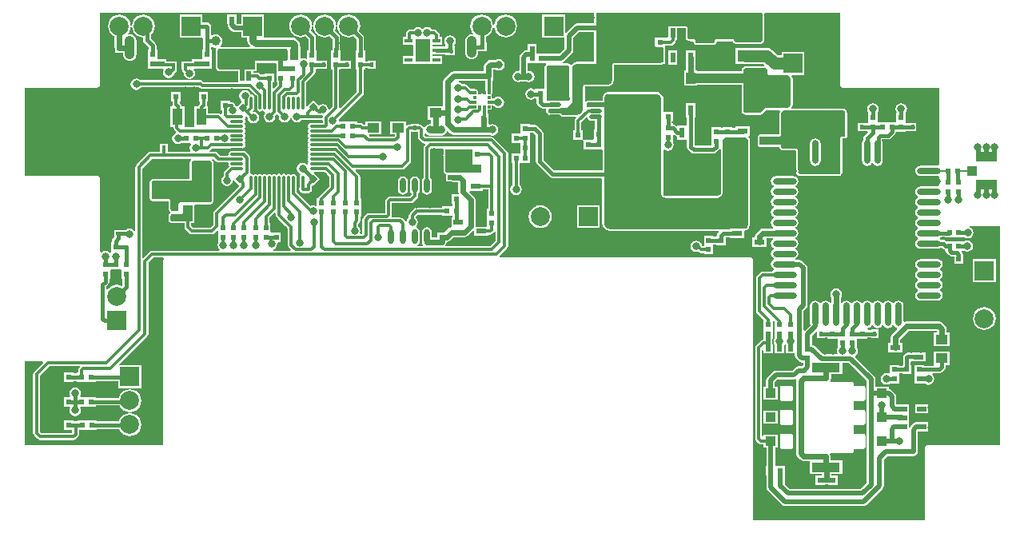
<source format=gtl>
G04*
G04 #@! TF.GenerationSoftware,Altium Limited,Altium Designer,19.1.9 (167)*
G04*
G04 Layer_Physical_Order=1*
G04 Layer_Color=5201134*
%FSLAX44Y44*%
%MOMM*%
G71*
G01*
G75*
%ADD14C,0.3000*%
%ADD15C,0.6000*%
%ADD16C,0.4000*%
%ADD19O,0.7000X2.5000*%
%ADD20O,2.5000X0.7000*%
%ADD21R,0.6000X0.6000*%
%ADD22R,0.6000X0.6000*%
%ADD23R,0.4000X0.5000*%
%ADD24O,1.4000X0.3000*%
G04:AMPARAMS|DCode=25|XSize=1.55mm|YSize=0.6mm|CornerRadius=0.3mm|HoleSize=0mm|Usage=FLASHONLY|Rotation=270.000|XOffset=0mm|YOffset=0mm|HoleType=Round|Shape=RoundedRectangle|*
%AMROUNDEDRECTD25*
21,1,1.5500,0.0000,0,0,270.0*
21,1,0.9500,0.6000,0,0,270.0*
1,1,0.6000,0.0000,-0.4750*
1,1,0.6000,0.0000,0.4750*
1,1,0.6000,0.0000,0.4750*
1,1,0.6000,0.0000,-0.4750*
%
%ADD25ROUNDEDRECTD25*%
%ADD26R,1.2500X1.0000*%
%ADD27R,0.5000X0.4000*%
%ADD28R,1.1000X0.6000*%
%ADD29R,0.5000X1.0000*%
%ADD30R,1.0000X1.2500*%
%ADD31R,0.9100X1.2200*%
%ADD32R,1.4000X1.4000*%
%ADD33R,1.1000X1.8000*%
%ADD34P,0.8485X4X90.0*%
%ADD35P,0.8485X4X360.0*%
%ADD36O,0.3000X1.4000*%
%ADD37R,1.5000X2.4000*%
%ADD38R,0.8500X0.4500*%
%ADD39R,1.0000X0.5500*%
%ADD40R,1.1000X1.0000*%
%ADD41R,3.0000X1.0000*%
%ADD42R,1.2000X1.7500*%
%ADD43R,0.6000X1.1000*%
%ADD44O,1.3500X0.4500*%
%ADD45R,1.0500X1.0000*%
%ADD46R,2.2000X1.0500*%
%ADD47R,1.2000X1.6000*%
%ADD48R,1.8000X1.3000*%
%ADD87R,0.3500X0.3000*%
%ADD88R,0.3000X0.3500*%
%ADD89C,0.5000*%
%ADD90C,1.0000*%
%ADD91C,0.8000*%
%ADD92C,0.1950*%
%ADD93C,1.3000*%
%ADD94C,2.0000*%
%ADD95R,2.0000X2.0000*%
%ADD96P,1.9483X8X112.5*%
%ADD97C,1.8000*%
%ADD98R,2.0000X2.0000*%
%ADD99C,5.1000*%
%ADD100C,0.8000*%
%ADD101C,1.0000*%
%ADD102C,0.5000*%
G36*
X866936Y385000D02*
X867189Y383732D01*
X867907Y382657D01*
X868982Y381939D01*
X870250Y381686D01*
X972000D01*
Y299810D01*
X971018Y299005D01*
X970500Y299108D01*
X952500D01*
X950354Y298681D01*
X948535Y297465D01*
X947319Y295646D01*
X946892Y293500D01*
X947319Y291354D01*
X948535Y289535D01*
X950354Y288319D01*
X952500Y287892D01*
X970500D01*
X971018Y287995D01*
X972000Y287190D01*
Y277810D01*
X971018Y277005D01*
X970500Y277108D01*
X952500D01*
X950354Y276681D01*
X948535Y275465D01*
X947319Y273646D01*
X946892Y271500D01*
X947319Y269354D01*
X948535Y267535D01*
X949710Y266749D01*
Y265251D01*
X948535Y264465D01*
X947319Y262646D01*
X946892Y260500D01*
X947319Y258354D01*
X948535Y256535D01*
X949710Y255749D01*
Y254251D01*
X948535Y253465D01*
X947319Y251646D01*
X946892Y249500D01*
X947319Y247354D01*
X948535Y245535D01*
X949710Y244749D01*
Y243251D01*
X948535Y242465D01*
X947319Y240646D01*
X946892Y238500D01*
X947319Y236354D01*
X948535Y234535D01*
X949710Y233749D01*
Y232251D01*
X948535Y231465D01*
X947319Y229646D01*
X946892Y227500D01*
X947319Y225354D01*
X948535Y223535D01*
X949710Y222749D01*
Y221251D01*
X948535Y220465D01*
X947319Y218646D01*
X946892Y216500D01*
X947319Y214354D01*
X948535Y212535D01*
X950354Y211319D01*
X952500Y210892D01*
X970500D01*
X972646Y211319D01*
X974296Y212422D01*
X974811D01*
X976116Y211116D01*
X977439Y210232D01*
X978000Y210121D01*
Y209000D01*
X978990D01*
X979232Y207782D01*
X980116Y206459D01*
X982459Y204116D01*
X982459Y204116D01*
X983782Y203232D01*
X985343Y202922D01*
X985343Y202922D01*
X988000D01*
Y195000D01*
X998000D01*
Y205000D01*
X997010D01*
X996768Y206218D01*
X995884Y207541D01*
X995884Y207541D01*
X995598Y207827D01*
X996084Y209000D01*
X998000D01*
Y209000D01*
X998380Y209203D01*
X999659Y208348D01*
X1002000Y207882D01*
X1004341Y208348D01*
X1006326Y209674D01*
X1007652Y211659D01*
X1008118Y214000D01*
X1007652Y216341D01*
X1006326Y218326D01*
X1004341Y219652D01*
X1002000Y220117D01*
X999659Y219652D01*
X998380Y218797D01*
X998000Y219000D01*
Y219000D01*
X979768D01*
X979384Y219384D01*
X978061Y220268D01*
X976500Y220578D01*
X976500Y220578D01*
X974296D01*
X973290Y221251D01*
Y222749D01*
X974465Y223535D01*
X974557Y223672D01*
X978000D01*
Y223000D01*
X998000D01*
X998000Y223000D01*
Y223000D01*
X999270Y223014D01*
X1000267Y222348D01*
X1002608Y221882D01*
X1004949Y222348D01*
X1006934Y223674D01*
X1008260Y225659D01*
X1008725Y228000D01*
X1008260Y230341D01*
X1006934Y232326D01*
X1004949Y233652D01*
X1004556Y233730D01*
X1004681Y235000D01*
X1036686D01*
Y3064D01*
X960250D01*
X958982Y2811D01*
X957907Y2093D01*
X957189Y1018D01*
X956936Y-250D01*
Y-76686D01*
X775064D01*
Y198750D01*
X774811Y200018D01*
X774093Y201093D01*
X773018Y201811D01*
X771750Y202064D01*
X506885D01*
X506380Y203334D01*
X514523Y211477D01*
X515297Y212634D01*
X515569Y214000D01*
Y312000D01*
X515297Y313366D01*
X514523Y314523D01*
X500523Y328523D01*
X499366Y329297D01*
X498000Y329569D01*
X428478D01*
X427326Y330721D01*
Y332406D01*
X428596Y332791D01*
X428674Y332674D01*
X430659Y331348D01*
X433000Y330882D01*
X445000D01*
X447341Y331348D01*
X449326Y332674D01*
X450652Y334659D01*
X450800Y335406D01*
X452016Y335775D01*
X454395Y333395D01*
X456049Y332290D01*
X458000Y331902D01*
X495830D01*
X496659Y331348D01*
X499000Y330882D01*
X501341Y331348D01*
X503326Y332674D01*
X504652Y334659D01*
X505117Y337000D01*
X504652Y339341D01*
X503326Y341326D01*
X501341Y342652D01*
X499000Y343118D01*
X496659Y342652D01*
X496368Y342458D01*
X495098Y343115D01*
Y349000D01*
X495000Y349492D01*
Y354000D01*
X493819D01*
Y358300D01*
X497950D01*
Y362931D01*
X500251D01*
X500924Y361924D01*
X502909Y360598D01*
X505250Y360132D01*
X507591Y360598D01*
X509576Y361924D01*
X510902Y363909D01*
X511367Y366250D01*
X510902Y368591D01*
X509576Y370576D01*
X507591Y371902D01*
X505250Y372368D01*
X502909Y371902D01*
X500924Y370576D01*
X500585Y370069D01*
X498450D01*
Y374200D01*
X498450Y374200D01*
X498555Y375426D01*
X498819Y376750D01*
Y389000D01*
X500000D01*
Y393507D01*
X500098Y394000D01*
Y400901D01*
X502829D01*
X503658Y400347D01*
X505999Y399882D01*
X508340Y400347D01*
X510325Y401673D01*
X511651Y403658D01*
X512117Y405999D01*
X511651Y408340D01*
X510325Y410325D01*
X508340Y411651D01*
X505999Y412117D01*
X503658Y411651D01*
X502829Y411097D01*
X496999D01*
X495048Y410709D01*
X493394Y409604D01*
X491395Y407605D01*
X491395Y407605D01*
Y407605D01*
X490290Y405951D01*
X489902Y404000D01*
Y399098D01*
X458000D01*
X456049Y398710D01*
X454395Y397605D01*
X448395Y391605D01*
X447290Y389951D01*
X446902Y388000D01*
Y362000D01*
X430750D01*
Y348000D01*
X433902D01*
Y343118D01*
X433000D01*
X430659Y342652D01*
X428674Y341326D01*
X427720Y339898D01*
X426346Y339772D01*
X426244Y339803D01*
X424523Y341523D01*
X423366Y342297D01*
X422000Y342569D01*
X421000D01*
Y343500D01*
X413000D01*
Y342569D01*
X411000D01*
X409634Y342297D01*
X408520Y341552D01*
X407963Y341661D01*
X407250Y341956D01*
Y346000D01*
X390750D01*
Y332000D01*
X395431D01*
Y330478D01*
X394522Y329569D01*
X369478D01*
X368220Y330827D01*
X368706Y332000D01*
X381250D01*
Y346000D01*
X364750D01*
Y342569D01*
X362478D01*
X361523Y343523D01*
X360366Y344297D01*
X359000Y344569D01*
X356000D01*
Y346000D01*
X337213D01*
X336346Y346791D01*
X336247Y348200D01*
X361523Y373477D01*
X362297Y374634D01*
X362569Y376000D01*
Y401000D01*
X364000D01*
Y402431D01*
X367000D01*
Y401500D01*
X375000D01*
Y410500D01*
X367000D01*
Y409568D01*
X364000D01*
Y421000D01*
X363078D01*
Y434800D01*
X362768Y436361D01*
X361884Y437684D01*
X361884Y437684D01*
X357674Y441894D01*
X358491Y443867D01*
X358904Y447000D01*
X358491Y450133D01*
X357282Y453052D01*
X355359Y455559D01*
X352852Y457482D01*
X349933Y458691D01*
X346800Y459104D01*
X343667Y458691D01*
X340748Y457482D01*
X338242Y455559D01*
X336318Y453052D01*
X335109Y450133D01*
X334740Y447335D01*
X333460D01*
X333091Y450133D01*
X331882Y453052D01*
X329958Y455559D01*
X327452Y457482D01*
X324533Y458691D01*
X321400Y459104D01*
X318267Y458691D01*
X315348Y457482D01*
X312841Y455559D01*
X310918Y453052D01*
X309709Y450133D01*
X309340Y447335D01*
X308060D01*
X307691Y450133D01*
X306482Y453052D01*
X304559Y455559D01*
X302052Y457482D01*
X299133Y458691D01*
X296000Y459104D01*
X292867Y458691D01*
X289948Y457482D01*
X287442Y455559D01*
X285518Y453052D01*
X284309Y450133D01*
X283896Y447000D01*
X284309Y443867D01*
X285518Y440948D01*
X287442Y438442D01*
X289948Y436518D01*
X292867Y435309D01*
X296000Y434896D01*
X299133Y435309D01*
X301106Y436126D01*
X303922Y433311D01*
Y421000D01*
X303000D01*
Y412889D01*
X301880Y412291D01*
X301341Y412651D01*
X299000Y413117D01*
X296820Y412683D01*
X296261Y412864D01*
X295550Y413243D01*
Y425100D01*
X295117D01*
Y427000D01*
X294652Y429341D01*
X293326Y431326D01*
X291326Y433326D01*
X289341Y434652D01*
X287000Y435117D01*
X257200D01*
Y459000D01*
X233200D01*
Y449588D01*
X228329D01*
X228000Y449918D01*
Y459000D01*
X218000D01*
Y449000D01*
X218412D01*
Y448429D01*
X218761Y446673D01*
X219756Y445185D01*
X223185Y441756D01*
X224673Y440761D01*
X226429Y440412D01*
X233200D01*
Y435000D01*
X239083D01*
Y431800D01*
X239548Y429459D01*
X240874Y427474D01*
X242136Y426213D01*
X241650Y425039D01*
X211788Y425039D01*
X211570Y425304D01*
X211224Y426309D01*
X212115Y427470D01*
X212820Y429173D01*
X213060Y431000D01*
X212820Y432827D01*
X212115Y434530D01*
X210992Y435992D01*
X209530Y437114D01*
X207827Y437820D01*
X206000Y438060D01*
X204173Y437820D01*
X202470Y437114D01*
X202217Y436921D01*
X201078Y437482D01*
Y446100D01*
X200768Y447661D01*
X199884Y448984D01*
X199884Y448984D01*
X198984Y449884D01*
X197661Y450768D01*
X196100Y451078D01*
X196100Y451078D01*
X192100D01*
Y459000D01*
X168100D01*
Y435000D01*
X192100D01*
X192922Y434070D01*
Y422000D01*
X192000D01*
Y412652D01*
X191000Y412000D01*
X181000D01*
Y409569D01*
X174500D01*
X174155Y409500D01*
X170000D01*
Y400500D01*
X170531D01*
X170703Y399634D01*
X171477Y398477D01*
X172060Y397893D01*
X171882Y397000D01*
X172348Y394659D01*
X173674Y392674D01*
X175659Y391348D01*
X178000Y390882D01*
X180341Y391348D01*
X182326Y392674D01*
X183652Y394659D01*
X184118Y397000D01*
X183652Y399341D01*
X182724Y400730D01*
X183403Y402000D01*
X191000D01*
Y402000D01*
X192000D01*
Y402000D01*
X202000D01*
Y412000D01*
Y422000D01*
X201078D01*
Y424518D01*
X202217Y425079D01*
X202470Y424885D01*
X204173Y424180D01*
X205702Y423979D01*
X205815Y423902D01*
X206264Y423278D01*
X206486Y422723D01*
X206279Y422273D01*
X206247Y422143D01*
X206184Y422026D01*
X206053Y421608D01*
X206049Y421563D01*
X206029Y421522D01*
X206028Y421521D01*
X206012Y421258D01*
X205961Y421000D01*
X205961Y419817D01*
X205961Y419817D01*
X205961Y419817D01*
X205961Y404000D01*
X205961Y403403D01*
X206116Y402623D01*
X206573Y401520D01*
X207015Y400859D01*
X207859Y400015D01*
X208520Y399573D01*
X209623Y399116D01*
X210403Y398961D01*
X211000Y398961D01*
X229412Y398961D01*
Y394000D01*
X229500Y393557D01*
Y387569D01*
X193478D01*
X192523Y388523D01*
X191366Y389297D01*
X190000Y389569D01*
X126407D01*
X126326Y389690D01*
X124341Y391016D01*
X122000Y391482D01*
X119659Y391016D01*
X117674Y389690D01*
X116348Y387705D01*
X115883Y385364D01*
X116348Y383023D01*
X117674Y381038D01*
X119659Y379712D01*
X122000Y379246D01*
X124341Y379712D01*
X126326Y381038D01*
X127257Y382431D01*
X188522D01*
X189477Y381477D01*
X190634Y380703D01*
X192000Y380431D01*
X241250D01*
X249431Y372250D01*
Y360000D01*
X249703Y358634D01*
X250477Y357477D01*
X251634Y356703D01*
X253000Y356431D01*
X254366Y356703D01*
X255500Y357461D01*
X256634Y356703D01*
X258000Y356431D01*
X258061Y356444D01*
X258561Y355532D01*
X258632Y355262D01*
X257348Y353341D01*
X256882Y351000D01*
X257348Y348659D01*
X258674Y346674D01*
X260659Y345348D01*
X263000Y344883D01*
X265341Y345348D01*
X267326Y346674D01*
X268652Y348659D01*
X269118Y351000D01*
X268940Y351893D01*
X270523Y353477D01*
X271410Y353564D01*
X273064Y351911D01*
X272882Y351000D01*
X273348Y348659D01*
X274674Y346674D01*
X276659Y345348D01*
X279000Y344883D01*
X281341Y345348D01*
X283326Y346674D01*
X284652Y348659D01*
X284853Y349668D01*
X286147D01*
X286348Y348659D01*
X287674Y346674D01*
X289659Y345348D01*
X292000Y344883D01*
X294341Y345348D01*
X296326Y346674D01*
X296832Y347431D01*
X318000D01*
X318161Y347463D01*
X319431Y346421D01*
Y344569D01*
X307000D01*
X305634Y344297D01*
X304477Y343523D01*
X303703Y342366D01*
X303431Y341000D01*
X303703Y339634D01*
X304461Y338500D01*
X303703Y337366D01*
X303431Y336000D01*
X303703Y334634D01*
X304461Y333500D01*
X303703Y332366D01*
X303431Y331000D01*
X303703Y329634D01*
X304461Y328500D01*
X303703Y327366D01*
X303431Y326000D01*
X303703Y324634D01*
X304461Y323500D01*
X303703Y322366D01*
X303431Y321000D01*
X303703Y319634D01*
X304461Y318500D01*
X303703Y317366D01*
X303431Y316000D01*
X303703Y314634D01*
X304461Y313500D01*
X303703Y312366D01*
X303431Y311000D01*
X303703Y309634D01*
X304461Y308500D01*
X303703Y307366D01*
X303431Y306000D01*
X303703Y304634D01*
X304461Y303500D01*
X303703Y302366D01*
X303431Y301000D01*
X303444Y300939D01*
X302532Y300439D01*
X302262Y300368D01*
X300341Y301652D01*
X298000Y302118D01*
X295659Y301652D01*
X293674Y300326D01*
X292348Y298341D01*
X291882Y296000D01*
X292348Y293659D01*
X293674Y291674D01*
X295042Y290760D01*
X295425Y289671D01*
X295262Y289202D01*
X294703Y288366D01*
X294431Y287000D01*
Y281500D01*
Y273500D01*
X294703Y272134D01*
X295477Y270977D01*
X296634Y270203D01*
X298000Y269931D01*
X304086D01*
X305452Y270203D01*
X306609Y270977D01*
X307383Y272134D01*
X307654Y273500D01*
Y277479D01*
X308694Y278235D01*
X309464Y277464D01*
X316536Y284536D01*
X309910Y291161D01*
X310436Y292431D01*
X321522D01*
X326432Y287522D01*
Y277478D01*
X315477Y266523D01*
X314703Y265366D01*
X314617Y264931D01*
X313000D01*
Y256890D01*
X311880Y256291D01*
X311341Y256651D01*
X309000Y257117D01*
X306658Y256651D01*
X306501Y256546D01*
X291569Y271478D01*
Y281500D01*
Y287000D01*
X291297Y288366D01*
X290523Y289523D01*
X289366Y290297D01*
X288000Y290569D01*
X286634Y290297D01*
X285500Y289539D01*
X284366Y290297D01*
X283000Y290569D01*
X281634Y290297D01*
X280500Y289539D01*
X279366Y290297D01*
X278000Y290569D01*
X276634Y290297D01*
X275500Y289539D01*
X274366Y290297D01*
X273000Y290569D01*
X271634Y290297D01*
X270500Y289539D01*
X269366Y290297D01*
X268000Y290569D01*
X266634Y290297D01*
X265500Y289539D01*
X264366Y290297D01*
X263000Y290569D01*
X261634Y290297D01*
X260500Y289539D01*
X259366Y290297D01*
X258000Y290569D01*
X256634Y290297D01*
X255500Y289539D01*
X254366Y290297D01*
X253000Y290569D01*
X251634Y290297D01*
X250500Y289539D01*
X249366Y290297D01*
X248000Y290569D01*
X246634Y290297D01*
X245500Y289539D01*
X244366Y290297D01*
X243000Y290569D01*
X242523Y291768D01*
X242569Y292000D01*
Y307364D01*
X242297Y308730D01*
X241523Y309887D01*
X237887Y313523D01*
X236730Y314297D01*
X235364Y314569D01*
X223000D01*
X221634Y314297D01*
X220477Y313523D01*
X219703Y312366D01*
X219431Y311000D01*
X219464Y310839D01*
X218421Y309569D01*
X210478D01*
X207523Y312523D01*
X206366Y313297D01*
X205000Y313569D01*
X199780D01*
X199645Y313938D01*
X199568Y314839D01*
X200523Y315477D01*
X202478Y317431D01*
X234000D01*
X235366Y317703D01*
X236523Y318477D01*
X237297Y319634D01*
X237569Y321000D01*
X237297Y322366D01*
X236539Y323500D01*
X237297Y324634D01*
X237569Y326000D01*
X237297Y327366D01*
X236539Y328500D01*
X237297Y329634D01*
X237569Y331000D01*
X237297Y332366D01*
X236539Y333500D01*
X237297Y334634D01*
X237569Y336000D01*
X237297Y337366D01*
X236539Y338500D01*
X237297Y339634D01*
X237569Y341000D01*
X237297Y342366D01*
X236539Y343500D01*
X237297Y344634D01*
X237569Y346000D01*
X237297Y347366D01*
X236539Y348500D01*
X237297Y349634D01*
X237500Y350657D01*
X238464Y351115D01*
X238796Y351157D01*
X239894Y350059D01*
X239883Y350000D01*
X240348Y347659D01*
X241674Y345674D01*
X243659Y344348D01*
X246000Y343882D01*
X248341Y344348D01*
X250326Y345674D01*
X251652Y347659D01*
X252118Y350000D01*
X251652Y352341D01*
X250326Y354326D01*
X248341Y355652D01*
X246000Y356118D01*
X245951Y356108D01*
X245325Y357278D01*
X245523Y357477D01*
X246297Y358634D01*
X246569Y360000D01*
Y371000D01*
X246297Y372366D01*
X245523Y373523D01*
X244366Y374297D01*
X243000Y374568D01*
X242775Y374719D01*
X242651Y375340D01*
X241325Y377325D01*
X239341Y378651D01*
X236999Y379117D01*
X234658Y378651D01*
X232674Y377325D01*
X231348Y375340D01*
X230882Y372999D01*
X231348Y370658D01*
X232674Y368674D01*
X233395Y368191D01*
X233556Y366556D01*
X229236Y362236D01*
X228326Y362326D01*
X226494Y363550D01*
X226340Y364322D01*
X225567Y365480D01*
X224409Y366254D01*
X223043Y366525D01*
X221000D01*
Y368000D01*
X211000D01*
Y358000D01*
X212432D01*
Y354411D01*
X212199Y354183D01*
X211161Y353765D01*
X210367Y354295D01*
X209002Y354567D01*
X197998D01*
Y361998D01*
X197608D01*
X196569Y363000D01*
Y367000D01*
X198000D01*
Y377000D01*
X188000D01*
Y367000D01*
X189431D01*
Y364478D01*
X188477Y363523D01*
X187703Y362366D01*
X187630Y361998D01*
X182999D01*
Y339998D01*
X181907Y339569D01*
X174090D01*
X172998Y339998D01*
Y361998D01*
X169569D01*
Y362000D01*
X169297Y363366D01*
X168523Y364523D01*
X167569Y365478D01*
Y367000D01*
X169000D01*
Y377000D01*
X159000D01*
Y367000D01*
X160431D01*
Y364000D01*
X160577Y363268D01*
X159717Y361998D01*
X157999D01*
Y339998D01*
X161431D01*
Y339000D01*
X161703Y337634D01*
X162477Y336477D01*
X164076Y334877D01*
X163761Y333839D01*
X163567Y333590D01*
X161674Y332326D01*
X160348Y330341D01*
X159882Y328000D01*
X160348Y325659D01*
X161674Y323674D01*
X163659Y322348D01*
X166000Y321883D01*
X168341Y322348D01*
X169620Y323203D01*
X170000Y323000D01*
Y323000D01*
X179097D01*
X179776Y321730D01*
X178848Y320341D01*
X178382Y318000D01*
X178848Y315659D01*
X179396Y314839D01*
X178717Y313569D01*
X155000D01*
Y322500D01*
X147000D01*
Y313569D01*
X137000D01*
X135634Y313297D01*
X134477Y312523D01*
X121977Y300023D01*
X121203Y298866D01*
X120931Y297500D01*
Y229898D01*
X119661Y229513D01*
X118701Y230951D01*
X116716Y232277D01*
X114375Y232743D01*
X112034Y232277D01*
X110240Y231078D01*
X103000D01*
X102606Y231000D01*
X98500D01*
Y223268D01*
X97116Y221884D01*
X96232Y220561D01*
X95922Y219000D01*
X95179Y218000D01*
X95000D01*
Y208000D01*
X95000Y208000D01*
X95000D01*
X94668Y207439D01*
X93326Y207326D01*
X91341Y208652D01*
X89000Y209118D01*
X86659Y208652D01*
X84674Y207326D01*
X84584Y207190D01*
X83314Y207575D01*
Y285000D01*
X83061Y286268D01*
X82343Y287343D01*
X81268Y288061D01*
X80000Y288314D01*
X3314D01*
Y381686D01*
X80000D01*
X81268Y381939D01*
X82343Y382657D01*
X83061Y383732D01*
X83314Y385000D01*
Y461436D01*
X606603D01*
X606961Y461000D01*
Y456459D01*
X606987Y456327D01*
X606978Y456192D01*
X607004Y456000D01*
X606978Y455808D01*
X606987Y455673D01*
X606961Y455541D01*
Y449659D01*
X588757D01*
X587001Y449310D01*
X585513Y448315D01*
X577070Y439872D01*
X575800Y440317D01*
Y459000D01*
X551800D01*
Y435000D01*
X575412D01*
Y422901D01*
X570099Y417588D01*
X556000D01*
Y418000D01*
X546000D01*
Y428000D01*
X536000D01*
Y421588D01*
X535000D01*
X533244Y421239D01*
X531756Y420244D01*
X528756Y417244D01*
X527761Y415756D01*
X527412Y414000D01*
Y400366D01*
X526500Y399618D01*
X524159Y399152D01*
X522174Y397826D01*
X520848Y395841D01*
X520382Y393500D01*
X520848Y391159D01*
X522174Y389174D01*
X524159Y387848D01*
X526500Y387383D01*
X528841Y387848D01*
X529670Y388402D01*
X534330D01*
X535159Y387848D01*
X537500Y387383D01*
X539841Y387848D01*
X541826Y389174D01*
X543152Y391159D01*
X543618Y393500D01*
X543152Y395841D01*
X541826Y397826D01*
X539841Y399152D01*
X537500Y399618D01*
X536588Y400366D01*
Y408000D01*
X555678D01*
X556168Y406800D01*
X555925Y406637D01*
X555925Y406637D01*
X555362Y406075D01*
X554920Y405413D01*
X554920Y405413D01*
X554616Y404678D01*
X554461Y403898D01*
X554461Y380500D01*
X544500D01*
X544500Y380500D01*
Y380500D01*
X543230Y380058D01*
X542341Y380652D01*
X540000Y381118D01*
X537659Y380652D01*
X535674Y379326D01*
X534348Y377341D01*
X533882Y375000D01*
X534348Y372659D01*
X535674Y370674D01*
X537659Y369348D01*
X540000Y368882D01*
X542341Y369348D01*
X543411Y370063D01*
X544316Y370426D01*
X545422Y369773D01*
Y366500D01*
X545422Y366500D01*
X545732Y364939D01*
X546616Y363616D01*
X549271Y360962D01*
X550594Y360078D01*
X552154Y359767D01*
X552155Y359767D01*
X554918D01*
X555216Y359610D01*
X555542Y359300D01*
X555961Y358668D01*
Y357472D01*
X555917Y357250D01*
X555961Y357028D01*
Y355769D01*
X555997Y355589D01*
X555993Y355406D01*
X556073Y355203D01*
X556116Y354989D01*
X556218Y354836D01*
X556285Y354666D01*
X556437Y354509D01*
X556558Y354327D01*
X556711Y354225D01*
X556838Y354094D01*
X558108Y353213D01*
X558124Y353205D01*
X558137Y353193D01*
X558489Y353047D01*
X558838Y352896D01*
X558856Y352895D01*
X558872Y352888D01*
X559253D01*
X559633Y352882D01*
X559650Y352888D01*
X559668D01*
X560031Y352960D01*
X560250Y352917D01*
X569250D01*
X569470Y352960D01*
X570113Y352832D01*
X570844Y352344D01*
X571162Y351867D01*
X571305Y351725D01*
X571416Y351558D01*
X571583Y351446D01*
X571725Y351304D01*
X571911Y351228D01*
X572078Y351116D01*
X572275Y351077D01*
X572460Y351000D01*
X572661D01*
X572858Y350961D01*
X587118Y350961D01*
X587644Y349691D01*
X586977Y349023D01*
X586203Y347866D01*
X585931Y346500D01*
Y336500D01*
X584500D01*
Y326500D01*
X594230D01*
X594500Y326500D01*
X595500Y325848D01*
Y316500D01*
X605500D01*
Y316500D01*
X606500Y316500D01*
Y316500D01*
X614619D01*
X615515Y315600D01*
X615444Y294078D01*
X564189D01*
X553078Y305189D01*
Y333000D01*
X553078Y333000D01*
X552768Y334561D01*
X551884Y335884D01*
X551884Y335884D01*
X546884Y340884D01*
X545561Y341768D01*
X544000Y342078D01*
X544000Y342078D01*
X539000D01*
Y343000D01*
X529000D01*
Y334270D01*
X529000Y333000D01*
X519000D01*
Y323000D01*
X527730D01*
X529000Y323000D01*
X529000Y321730D01*
Y313000D01*
X528348Y312000D01*
X519000D01*
Y302000D01*
X520431D01*
Y278832D01*
X519674Y278326D01*
X518348Y276341D01*
X517882Y274000D01*
X518348Y271659D01*
X519674Y269674D01*
X521659Y268348D01*
X524000Y267882D01*
X526341Y268348D01*
X528326Y269674D01*
X529652Y271659D01*
X530117Y274000D01*
X529652Y276341D01*
X528326Y278326D01*
X527569Y278832D01*
Y302000D01*
X539000D01*
Y312000D01*
X539000D01*
Y313000D01*
X539000D01*
Y323000D01*
X539000Y323000D01*
X539000D01*
Y333922D01*
X542311D01*
X544922Y331311D01*
Y303500D01*
X544922Y303500D01*
X545232Y301939D01*
X546116Y300616D01*
X559616Y287116D01*
X559616Y287116D01*
X560939Y286232D01*
X562500Y285922D01*
X562500Y285922D01*
X614517D01*
X615414Y285022D01*
X615259Y238721D01*
X615257Y238060D01*
X615295Y237863D01*
X615295Y237661D01*
X615549Y236365D01*
X615625Y236179D01*
X615664Y235982D01*
X616167Y234760D01*
X616278Y234592D01*
X616355Y234406D01*
X617086Y233306D01*
X617228Y233164D01*
X617340Y232996D01*
X618272Y232061D01*
X618439Y231948D01*
X618582Y231806D01*
X619679Y231071D01*
X619865Y230993D01*
X620032Y230881D01*
X621252Y230375D01*
X621449Y230336D01*
X621635Y230258D01*
X622931Y230000D01*
X623132Y230000D01*
X623330Y229961D01*
X623990Y229961D01*
X738377Y229961D01*
X738863Y228787D01*
X738116Y228041D01*
X737232Y226718D01*
X736922Y225157D01*
X736000Y225000D01*
Y224078D01*
X733000D01*
Y225000D01*
X723000D01*
Y213569D01*
X721456D01*
X721048Y213977D01*
X720652Y215966D01*
X719326Y217951D01*
X717341Y219277D01*
X715000Y219743D01*
X712659Y219277D01*
X710674Y217951D01*
X709348Y215966D01*
X708883Y213625D01*
X709348Y211284D01*
X710674Y209299D01*
X712659Y207973D01*
X715000Y207507D01*
X717022Y207910D01*
X717455Y207477D01*
X718612Y206703D01*
X719978Y206431D01*
X723000D01*
Y205000D01*
X733000D01*
Y215922D01*
X736000D01*
Y215000D01*
X746000D01*
Y223422D01*
X750500D01*
Y222500D01*
X765500D01*
Y229558D01*
X766403Y230451D01*
X766747Y230447D01*
X766758Y230449D01*
X766769Y230447D01*
X767150Y230522D01*
X767529Y230593D01*
X767539Y230599D01*
X767550Y230602D01*
X768396Y230952D01*
X768396Y230952D01*
X768397Y230952D01*
X768754Y231191D01*
X769058Y231394D01*
X769058Y231394D01*
X769058Y231394D01*
X770606Y232942D01*
X770606Y232942D01*
X770606Y232942D01*
X770843Y233297D01*
X771048Y233603D01*
X771048Y233603D01*
X771048Y233604D01*
X771885Y235626D01*
X771885Y235626D01*
X771885Y235627D01*
X771964Y236026D01*
X772040Y236406D01*
X772040Y236407D01*
X772040Y236407D01*
X772039Y237501D01*
X772039Y265000D01*
X772039Y325000D01*
X772039Y325001D01*
Y325003D01*
X772013Y325134D01*
X772021Y325267D01*
X771869Y326430D01*
X771784Y326683D01*
X771732Y326944D01*
X771276Y328046D01*
X771276Y328046D01*
X771276Y328046D01*
X771034Y328408D01*
X770834Y328708D01*
X770834Y328708D01*
X770834Y328708D01*
X770312Y329230D01*
X770838Y330500D01*
X771500D01*
Y340500D01*
X756500D01*
Y339328D01*
X753000D01*
Y340000D01*
X743000D01*
Y339078D01*
X741000D01*
Y340000D01*
X731000D01*
Y330000D01*
Y320078D01*
X713689D01*
X713078Y320689D01*
Y350500D01*
X714000D01*
Y365500D01*
X704000D01*
Y350500D01*
X704922D01*
Y342595D01*
X704500Y341500D01*
X694500D01*
Y341500D01*
X693629Y341139D01*
X692884Y341884D01*
X691561Y342768D01*
X690000Y343078D01*
Y344000D01*
X689078D01*
Y346000D01*
X690000D01*
Y356000D01*
X680039D01*
X680039Y369500D01*
X680039Y369501D01*
Y369510D01*
X680032Y369543D01*
X680038Y369575D01*
X680000Y370751D01*
X679918Y371107D01*
X679846Y371465D01*
X679047Y373396D01*
X679047Y373396D01*
X679047Y373396D01*
X678801Y373765D01*
X678605Y374057D01*
X678605Y374057D01*
X678605Y374058D01*
X677058Y375605D01*
X677058Y375605D01*
X677057Y375605D01*
X676695Y375847D01*
X676396Y376047D01*
X676396Y376047D01*
X676396Y376047D01*
X674374Y376884D01*
X674374Y376884D01*
X674374Y376884D01*
X673981Y376962D01*
X673594Y377039D01*
X673594Y377039D01*
X673594Y377039D01*
X672499Y377039D01*
X660000Y377039D01*
X622010Y377039D01*
X622010Y377039D01*
X621166Y377039D01*
X620777Y376962D01*
X620387Y376885D01*
X618826Y376240D01*
X618500Y376022D01*
X618166Y375799D01*
X616969Y374607D01*
X616747Y374276D01*
X616527Y373948D01*
X615877Y372390D01*
X615798Y372002D01*
X615719Y371611D01*
X615716Y370767D01*
X615707Y368039D01*
X613168D01*
X613070Y368020D01*
X612750Y368083D01*
X603750D01*
X603430Y368020D01*
X603331Y368039D01*
X599898D01*
X599898Y368039D01*
X599118Y367884D01*
X598456Y367442D01*
X598309Y367295D01*
X597039Y367821D01*
Y382892D01*
X597059Y382940D01*
X597108Y382961D01*
X621193D01*
X621974Y383116D01*
X621974Y383116D01*
X624179Y384030D01*
X624841Y384472D01*
X626528Y386159D01*
X626528Y386159D01*
X626970Y386821D01*
X627884Y389026D01*
X628039Y389806D01*
Y390999D01*
X628039Y391000D01*
X628039Y405892D01*
X628059Y405940D01*
X628108Y405961D01*
X638000Y405961D01*
X677432Y405961D01*
X677629Y406000D01*
X677830D01*
X678015Y406077D01*
X678212Y406116D01*
X678354Y406211D01*
X680398Y406618D01*
X680583Y406694D01*
X680780Y406734D01*
X680947Y406845D01*
X681133Y406922D01*
X681275Y407064D01*
X681442Y407175D01*
X681553Y407342D01*
X681695Y407485D01*
X681772Y407670D01*
X681884Y407837D01*
X681923Y408034D01*
X682000Y408220D01*
Y408420D01*
X682039Y408617D01*
X682039Y422994D01*
X682040Y423393D01*
X682040Y423394D01*
X682040Y423396D01*
X681974Y423730D01*
X681965Y423826D01*
X682000Y425000D01*
X682000Y425000D01*
Y426431D01*
X688000D01*
X689366Y426703D01*
X690523Y427477D01*
X692523Y429477D01*
X693297Y430634D01*
X693569Y432000D01*
X695000D01*
Y444961D01*
X703898D01*
X703942Y444942D01*
X703961Y444897D01*
X703961Y434138D01*
X704000Y433941D01*
Y432000D01*
X705240D01*
X705544Y431690D01*
X705718Y431571D01*
X705867Y431422D01*
X706043Y431349D01*
X706201Y431241D01*
X706407Y431198D01*
X706602Y431118D01*
X707193Y431000D01*
X707394D01*
X707591Y430961D01*
X711197Y430961D01*
X711833Y430115D01*
X711960Y429936D01*
X712037Y429552D01*
X712112Y429165D01*
X712114Y429160D01*
X712115Y429156D01*
X712332Y428831D01*
X712550Y428501D01*
X712555Y428498D01*
X712557Y428494D01*
X713493Y427558D01*
X713497Y427555D01*
X713500Y427551D01*
X713829Y427333D01*
X713857Y427314D01*
X713868Y427303D01*
X713883Y427297D01*
X714154Y427116D01*
X714159Y427115D01*
X714164Y427112D01*
X714480Y427051D01*
X714604Y427000D01*
X714738Y427000D01*
X714934Y426960D01*
X714939Y426961D01*
X714945Y426960D01*
X715009Y426961D01*
X732000Y426961D01*
X732597Y426961D01*
X733377Y427116D01*
X733377Y427116D01*
X733377Y427116D01*
X734480Y427573D01*
X735141Y428015D01*
X735985Y428859D01*
X736427Y429520D01*
X736634Y430020D01*
X736634Y430020D01*
X736789Y430800D01*
Y430961D01*
X753389Y430961D01*
X753570Y430521D01*
X753571Y430520D01*
X753571Y430520D01*
X753779Y430209D01*
X754012Y429859D01*
X754013Y429859D01*
X754013Y429858D01*
X754857Y429014D01*
X754858Y429013D01*
X754858Y429013D01*
X755195Y428788D01*
X755518Y428572D01*
X755519Y428571D01*
X755520Y428571D01*
X756623Y428115D01*
X756624Y428115D01*
X756625Y428114D01*
X757015Y428037D01*
X757403Y427960D01*
X757404Y427960D01*
X757405Y427960D01*
X758002Y427961D01*
X782595Y427961D01*
X783375Y428116D01*
X784475Y428572D01*
X785137Y429013D01*
X785137Y429014D01*
X785978Y429855D01*
X786420Y430517D01*
X786876Y431616D01*
X787031Y432397D01*
X787031Y432990D01*
X787031Y432991D01*
X787039Y460101D01*
X787039Y460101D01*
X787039Y460102D01*
X787026Y460166D01*
X787585Y461125D01*
X787867Y461384D01*
X787970Y461436D01*
X866936D01*
Y385000D01*
D02*
G37*
G36*
X785000Y460102D02*
X784992Y432992D01*
X784992Y432992D01*
X784992Y432397D01*
X784536Y431297D01*
X783695Y430456D01*
X782595Y430000D01*
X757999Y430000D01*
X757402Y429999D01*
X756299Y430456D01*
X755455Y431300D01*
X754999Y432403D01*
X755000Y433000D01*
X736583Y433000D01*
X735402Y433000D01*
Y433000D01*
X735000D01*
X734750Y432000D01*
X734750Y431834D01*
Y430800D01*
X734543Y430301D01*
X733699Y429457D01*
X732597Y429000D01*
X732000Y429000D01*
X715000Y429000D01*
X715000Y429000D01*
X714935Y429000D01*
X714000Y429935D01*
X714000Y430000D01*
X714000Y432001D01*
X714000Y432001D01*
X714000Y432002D01*
X713982Y432196D01*
X713834Y432557D01*
X713834Y432558D01*
X713558Y432834D01*
X713557Y432834D01*
X713196Y432982D01*
X713000Y433000D01*
X707591Y433000D01*
X707000Y433117D01*
X706000Y434138D01*
X706000Y445000D01*
X706000Y445000D01*
X706000Y445001D01*
X705963Y445391D01*
X705666Y446113D01*
X705666Y446113D01*
X705619Y446160D01*
X705113Y446666D01*
X704500Y446918D01*
Y447000D01*
X685000D01*
Y445000D01*
X685000Y445000D01*
X685000Y437000D01*
X685000Y437000D01*
Y436602D01*
X684695Y435867D01*
X684133Y435304D01*
X683398Y435000D01*
X682000D01*
Y435000D01*
X672000D01*
Y435000D01*
X672000D01*
X672000Y435000D01*
X671805Y434981D01*
X671444Y434831D01*
X671169Y434555D01*
X671019Y434195D01*
X671000Y434000D01*
X671000Y426000D01*
X671000Y426000D01*
X671019Y425805D01*
X671168Y425444D01*
X671444Y425168D01*
X671805Y425019D01*
X672000Y425000D01*
X678000D01*
X678000Y425000D01*
X678000D01*
X679134Y424697D01*
X679697Y424134D01*
X680001Y423398D01*
X680000Y423000D01*
X680000Y408618D01*
X677659Y408152D01*
X677432Y408000D01*
X638000Y408000D01*
X628000Y408000D01*
X628000Y408000D01*
X627610Y407961D01*
X626889Y407663D01*
X626337Y407111D01*
X626038Y406390D01*
X626000Y406000D01*
X626000Y391000D01*
X626000Y391000D01*
Y389806D01*
X625086Y387601D01*
X623399Y385913D01*
X621193Y385000D01*
X597000D01*
X597000Y385000D01*
X596610Y384961D01*
X595889Y384663D01*
X595337Y384111D01*
X595038Y383390D01*
X595000Y383000D01*
Y360000D01*
X595000Y360000D01*
X595000Y359310D01*
X594731Y357958D01*
X594203Y356684D01*
X593437Y355538D01*
X592462Y354563D01*
X591316Y353797D01*
X590042Y353269D01*
X588689Y353000D01*
X588000Y353000D01*
X572858Y353000D01*
X572314Y353814D01*
X570908Y354753D01*
X569250Y355083D01*
X560250D01*
X559270Y354888D01*
X558000Y355769D01*
Y358668D01*
X558056Y358769D01*
X559270Y359612D01*
X560250Y359417D01*
X569250D01*
X570908Y359747D01*
X571287Y360000D01*
X578000D01*
X584000Y366000D01*
X584000Y402000D01*
X584000Y402000D01*
X584000Y402000D01*
X584093Y403232D01*
X584772Y404871D01*
X586197Y406297D01*
X588060Y407068D01*
X589068Y407068D01*
X609000Y407068D01*
X609000Y455541D01*
X609060Y456000D01*
X609000Y456459D01*
Y461000D01*
X784102Y461000D01*
X785000Y460102D01*
D02*
G37*
G36*
X248000Y422882D02*
X280681D01*
X281133Y422696D01*
X281695Y422133D01*
X282000Y421398D01*
X282000Y421000D01*
X282000Y412000D01*
X282000Y412000D01*
X282000Y411602D01*
X281695Y410867D01*
X281133Y410304D01*
X280398Y410000D01*
X247500Y410000D01*
X247500Y401000D01*
X236500Y401000D01*
X211000Y401000D01*
X210403Y401000D01*
X209301Y401457D01*
X208457Y402301D01*
X208000Y403403D01*
X208000Y404000D01*
X208000Y419817D01*
X208000Y421000D01*
X208000Y421001D01*
X208131Y421420D01*
X208591Y422420D01*
X208867Y422695D01*
X209602Y423000D01*
X210000Y423000D01*
X247409Y423000D01*
X248000Y422882D01*
D02*
G37*
G36*
X606961Y409107D02*
X589068Y409107D01*
X588060Y409107D01*
X587280Y408952D01*
X587280Y408952D01*
X585417Y408181D01*
X585417Y408181D01*
X585085Y407959D01*
X584755Y407738D01*
X584755Y407738D01*
X583330Y406313D01*
X583330Y406313D01*
X583150Y406044D01*
X583150Y406044D01*
X582907Y405949D01*
X582008Y405923D01*
X581669Y406028D01*
X581637Y406075D01*
X581637Y406075D01*
X581076Y406636D01*
X580965Y406710D01*
X580877Y406810D01*
X580637Y406929D01*
X580414Y407078D01*
X580284Y407104D01*
X580164Y407163D01*
X579030Y407469D01*
X578763Y407487D01*
X578500Y407539D01*
X577311Y407539D01*
X577311Y407539D01*
X577311Y407539D01*
X574417D01*
X573813Y408716D01*
X573828Y408809D01*
X575244Y409756D01*
X583244Y417756D01*
X584239Y419244D01*
X584588Y421000D01*
Y434413D01*
X590658Y440483D01*
X606961D01*
X606961Y409107D01*
D02*
G37*
G36*
X335109Y443867D02*
X336318Y440948D01*
X338242Y438442D01*
X340748Y436518D01*
X343667Y435309D01*
X346800Y434896D01*
X349933Y435309D01*
X351906Y436126D01*
X354922Y433111D01*
Y421000D01*
X354000D01*
Y411000D01*
Y401000D01*
X355431D01*
Y377478D01*
X337829Y359875D01*
X336569Y360411D01*
Y401000D01*
X338000D01*
Y401922D01*
X341000D01*
Y401500D01*
X349000D01*
Y405606D01*
X349078Y406000D01*
X349000Y406394D01*
Y410500D01*
X341000D01*
Y410078D01*
X338000D01*
Y421000D01*
X337472D01*
Y422357D01*
X337578Y422893D01*
X337578Y422893D01*
Y434900D01*
X337578Y434900D01*
X337268Y436461D01*
X336384Y437784D01*
X336384Y437784D01*
X332274Y441894D01*
X333091Y443867D01*
X333460Y446665D01*
X334740D01*
X335109Y443867D01*
D02*
G37*
G36*
X309709D02*
X310918Y440948D01*
X312841Y438442D01*
X315348Y436518D01*
X318267Y435309D01*
X321400Y434896D01*
X324533Y435309D01*
X326506Y436126D01*
X329422Y433211D01*
Y423323D01*
X329315Y422787D01*
X329315Y422787D01*
Y421000D01*
X328000D01*
Y411000D01*
Y401000D01*
X329431D01*
Y361378D01*
X326714Y358660D01*
X325336Y359078D01*
X325013Y360702D01*
X323686Y362686D01*
X321702Y364012D01*
X319361Y364478D01*
X317020Y364012D01*
X315202Y362798D01*
X309464Y368536D01*
X302839Y361910D01*
X301569Y362436D01*
Y371000D01*
Y386522D01*
X310523Y395477D01*
X311297Y396634D01*
X311569Y398000D01*
Y401000D01*
X313000D01*
Y401922D01*
X316000D01*
Y401500D01*
X324000D01*
Y405606D01*
X324078Y406000D01*
X324000Y406394D01*
Y410500D01*
X316000D01*
Y410078D01*
X313000D01*
Y421000D01*
X312078D01*
Y435000D01*
X312078Y435000D01*
X311768Y436561D01*
X310884Y437884D01*
X306874Y441894D01*
X307691Y443867D01*
X308060Y446665D01*
X309340D01*
X309709Y443867D01*
D02*
G37*
G36*
X269253Y407961D02*
X270000Y407000D01*
Y397000D01*
Y387000D01*
X271431D01*
Y384478D01*
X267742Y380789D01*
X266569Y381275D01*
Y387000D01*
X268000D01*
Y397000D01*
X258000D01*
Y395569D01*
X253478D01*
X252523Y396523D01*
X251366Y397297D01*
X250000Y397569D01*
X245500D01*
Y398961D01*
X247500D01*
X248280Y399116D01*
X248942Y399558D01*
X249384Y400220D01*
X249539Y401000D01*
X249539Y407961D01*
X269253Y407961D01*
D02*
G37*
G36*
X491681Y376750D02*
X491703Y376644D01*
X490660Y375374D01*
X484840D01*
X483797Y376644D01*
X483819Y376750D01*
X483547Y378116D01*
X482950Y379009D01*
Y379700D01*
X482135D01*
X481616Y380047D01*
X480250Y380319D01*
X476478D01*
X472523Y384273D01*
X471366Y385047D01*
X470000Y385319D01*
X467332D01*
X466826Y386076D01*
X464841Y387402D01*
X463684Y387632D01*
X463809Y388902D01*
X491681D01*
Y376750D01*
D02*
G37*
G36*
X675616Y374163D02*
X677163Y372616D01*
X677962Y370686D01*
X678000Y369510D01*
Y369500D01*
X677999Y369500D01*
X678000Y369500D01*
X678000Y269500D01*
X678086Y268622D01*
X678758Y267000D01*
X679999Y265758D01*
X681622Y265086D01*
X682500Y265000D01*
X737500Y265000D01*
X738573Y265106D01*
X740555Y265927D01*
X742073Y267444D01*
X742894Y269427D01*
X743000Y270500D01*
X743000Y270500D01*
X743000Y326196D01*
X743533Y327482D01*
X744517Y328467D01*
X745804Y329000D01*
X746500D01*
X746500Y329000D01*
X766000Y329000D01*
X766796Y329000D01*
X768266Y328392D01*
X769392Y327266D01*
X769847Y326165D01*
X770000Y325003D01*
Y325000D01*
X770000Y325000D01*
X770000Y325000D01*
X770000Y265000D01*
X770000Y237500D01*
X770001Y236406D01*
X769164Y234384D01*
X767616Y232836D01*
X766770Y232486D01*
X765500Y232500D01*
Y232500D01*
X750500D01*
Y232000D01*
X623990Y232000D01*
X623330Y232000D01*
X622034Y232258D01*
X620814Y232765D01*
X619717Y233500D01*
X618784Y234436D01*
X618052Y235536D01*
X617550Y236757D01*
X617296Y238053D01*
X617298Y238714D01*
X617706Y361000D01*
X614787D01*
X614408Y361253D01*
X612750Y361583D01*
X603750D01*
X602092Y361253D01*
X601712Y361000D01*
X599000D01*
X599000Y365102D01*
X599898Y366000D01*
X603331D01*
X603750Y365917D01*
X612750D01*
X613168Y366000D01*
X617739D01*
X617756Y370760D01*
X617758Y371604D01*
X618409Y373163D01*
X619605Y374355D01*
X621166Y375000D01*
X622010Y375000D01*
Y375000D01*
X660000Y375000D01*
X672500Y375000D01*
X673594Y375000D01*
X675616Y374163D01*
D02*
G37*
G36*
X578500Y405500D02*
X578500D01*
X579634Y405194D01*
X580195Y404633D01*
X580500Y403898D01*
X580500Y403500D01*
X580500Y380500D01*
X580499Y369499D01*
X580499Y369499D01*
X580499Y369102D01*
X580195Y368367D01*
X579632Y367804D01*
X578898Y367500D01*
X578500Y367500D01*
X571287Y367500D01*
X570908Y367753D01*
X569250Y368083D01*
X560250D01*
X559450Y367924D01*
X557248D01*
X556804Y368367D01*
X556500Y369102D01*
X556500Y369500D01*
X556500Y403898D01*
X556804Y404633D01*
X557367Y405195D01*
X558102Y405500D01*
X577311Y405500D01*
X578500Y405500D01*
D02*
G37*
G36*
X599612Y349769D02*
X599747Y349092D01*
X600686Y347686D01*
X602092Y346747D01*
X603750Y346417D01*
X607422D01*
Y337500D01*
X606500D01*
Y327770D01*
X605848Y326500D01*
X605500Y326500D01*
Y326500D01*
X595770D01*
X595500Y326500D01*
X594500Y327152D01*
Y336500D01*
X593069D01*
Y345022D01*
X598234Y350187D01*
X599612Y349769D01*
D02*
G37*
G36*
X692116Y331116D02*
X692116Y331116D01*
X693439Y330232D01*
X694500Y330021D01*
Y326500D01*
X704500D01*
X704922Y325405D01*
Y319000D01*
X704922Y319000D01*
X705232Y317439D01*
X706116Y316116D01*
X709116Y313116D01*
X709116Y313116D01*
X710439Y312232D01*
X712000Y311922D01*
X733000D01*
X733000Y311922D01*
X734561Y312232D01*
X735884Y313116D01*
X738884Y316116D01*
X738884Y316116D01*
X739024Y316326D01*
X740750Y316636D01*
X740961Y316486D01*
X740961Y270604D01*
X740894Y269928D01*
X740344Y268599D01*
X739400Y267656D01*
X738072Y267105D01*
X737400Y267039D01*
X682600Y267039D01*
X682122Y267086D01*
X681154Y267487D01*
X680487Y268155D01*
X680086Y269122D01*
X680039Y269600D01*
X680039Y315570D01*
X681309Y316248D01*
X682657Y315347D01*
X684999Y314882D01*
X687340Y315347D01*
X689324Y316674D01*
X690650Y318658D01*
X691116Y320999D01*
X690650Y323340D01*
X690000Y324314D01*
Y331573D01*
X691173Y332059D01*
X692116Y331116D01*
D02*
G37*
G36*
X478000Y306000D02*
Y300000D01*
X487000D01*
Y292000D01*
X464978Y292000D01*
X464485Y292098D01*
X457000D01*
X456507Y292000D01*
X450270D01*
X449000Y293063D01*
X449000Y316000D01*
X478000D01*
Y306000D01*
D02*
G37*
G36*
X179710Y306213D02*
X179959Y305161D01*
X179925Y305138D01*
X179924Y305138D01*
X179924Y305137D01*
X179368Y304582D01*
X179296Y304473D01*
X179198Y304388D01*
X179077Y304145D01*
X178927Y303920D01*
X178901Y303792D01*
X178843Y303676D01*
X178533Y302534D01*
X178514Y302264D01*
X178461Y301999D01*
X178461Y286281D01*
X178230Y285039D01*
X157591Y285039D01*
X157394Y285000D01*
X157193D01*
X157000Y284962D01*
X156807Y285000D01*
X156606D01*
X156410Y285039D01*
X148590D01*
X148394Y285000D01*
X148193D01*
X148000Y284962D01*
X147807Y285000D01*
X147606D01*
X147409Y285039D01*
X140001D01*
X139603Y285039D01*
X139602Y285039D01*
X139602Y285039D01*
X139231Y284965D01*
X138822Y284884D01*
X138822Y284884D01*
X138822Y284884D01*
X138087Y284580D01*
X138086Y284580D01*
X138086Y284580D01*
X137729Y284340D01*
X137425Y284138D01*
X137425Y284137D01*
X137425Y284137D01*
X136862Y283575D01*
X136862Y283574D01*
X136862Y283574D01*
X136626Y283221D01*
X136420Y282913D01*
X136420Y282913D01*
X136420Y282913D01*
X136116Y282177D01*
X136116Y282177D01*
X136115Y282177D01*
X136032Y281754D01*
X135961Y281397D01*
X135961Y281396D01*
X135961Y281396D01*
X135961Y280998D01*
Y266000D01*
X135961Y265503D01*
X136116Y264723D01*
X136116Y264723D01*
X136496Y263804D01*
X136496Y263804D01*
X136750Y263424D01*
Y262000D01*
X138298D01*
X138303Y261997D01*
X139221Y261616D01*
X139222Y261616D01*
X139222Y261616D01*
X139578Y261545D01*
X140002Y261461D01*
X140002Y261461D01*
X140002Y261461D01*
X155961Y261461D01*
X155961Y253403D01*
X156116Y252623D01*
X156573Y251520D01*
X157015Y250859D01*
X157491Y250382D01*
X157425Y249138D01*
X157425Y249137D01*
X157425Y249137D01*
X156870Y248582D01*
X156798Y248475D01*
X156700Y248390D01*
X156579Y248146D01*
X156428Y247921D01*
X156403Y247794D01*
X156345Y247678D01*
X156033Y246537D01*
X156014Y246266D01*
X155961Y246000D01*
X155961Y242001D01*
X155961Y241603D01*
X155961Y241602D01*
X155961Y241602D01*
X156038Y241215D01*
X156116Y240822D01*
X156116Y240822D01*
X156116Y240822D01*
X156420Y240087D01*
X156862Y239425D01*
X157425Y238863D01*
X157425Y238862D01*
X157425Y238862D01*
X157687Y238687D01*
X158086Y238421D01*
X158086Y238421D01*
X158086Y238421D01*
X158821Y238116D01*
X159602Y237961D01*
X160000Y237961D01*
X160000Y237961D01*
X160000Y237961D01*
X172931Y237961D01*
Y234000D01*
X173203Y232634D01*
X173977Y231477D01*
X177977Y227477D01*
X179134Y226703D01*
X180500Y226431D01*
X202000D01*
X203366Y226703D01*
X204523Y227477D01*
X207827Y230780D01*
X209000Y230294D01*
Y218317D01*
X208348Y217341D01*
X207882Y215000D01*
X208348Y212659D01*
X209674Y210674D01*
X210177Y210339D01*
X209791Y209069D01*
X138500D01*
X137134Y208797D01*
X135977Y208023D01*
X129339Y201385D01*
X128069Y201911D01*
Y296022D01*
X138478Y306431D01*
X179574D01*
X179710Y306213D01*
D02*
G37*
G36*
X182500Y304000D02*
X198309Y304000D01*
X199500Y304000D01*
X199500D01*
X200634Y303696D01*
X201196Y303133D01*
X201500Y302398D01*
X201500Y302000D01*
X201500Y262500D01*
X201500Y262500D01*
Y262003D01*
X201119Y261084D01*
X200416Y260381D01*
X199497Y260000D01*
X168000Y260000D01*
X168000Y260000D01*
X167707Y259971D01*
X167167Y259747D01*
X166753Y259333D01*
X166529Y258793D01*
X166500Y258500D01*
X166500Y253500D01*
X166500Y253500D01*
Y253003D01*
X166119Y252084D01*
X165416Y251381D01*
X164497Y251000D01*
X162196Y251000D01*
X161000Y251000D01*
D01*
X159785Y251256D01*
X159301Y251457D01*
X158457Y252301D01*
X158000Y253403D01*
X158000Y262000D01*
X158000Y262000D01*
X157999Y262004D01*
X157971Y262292D01*
X157747Y262833D01*
X157747Y262833D01*
X157333Y263247D01*
X156793Y263471D01*
X156500Y263500D01*
X140002Y263500D01*
X139083Y263881D01*
X138380Y264584D01*
X138000Y265503D01*
X138000Y266000D01*
Y280999D01*
X138000Y281397D01*
X138304Y282133D01*
X138867Y282696D01*
X139602Y283000D01*
X140000Y283000D01*
X147409D01*
X148000Y282882D01*
X148590Y283000D01*
X156410D01*
X157000Y282882D01*
X157591Y283000D01*
X178230Y283000D01*
X178251Y283000D01*
X179500Y283000D01*
Y283000D01*
X179501Y283000D01*
X179694Y283019D01*
X180055Y283167D01*
X180055Y283167D01*
X180332Y283444D01*
X180332Y283444D01*
X180481Y283805D01*
X180500Y284000D01*
X180500Y301999D01*
X180500Y301999D01*
X180811Y303140D01*
X181366Y303696D01*
X182102Y304000D01*
X182500Y304000D01*
D02*
G37*
G36*
X206477Y303477D02*
X207634Y302703D01*
X209000Y302431D01*
X218421D01*
X219464Y301161D01*
X219431Y301000D01*
X219703Y299634D01*
X220458Y298505D01*
X215476Y293523D01*
X214703Y292365D01*
X214431Y291000D01*
Y288331D01*
X213674Y287825D01*
X212348Y285840D01*
X211882Y283499D01*
X212348Y281158D01*
X213674Y279174D01*
X215659Y277848D01*
X218000Y277382D01*
X220341Y277848D01*
X222325Y279174D01*
X223652Y281158D01*
X224049Y283155D01*
X225016Y283614D01*
X225345Y283655D01*
X231277Y277723D01*
X204477Y250923D01*
X203703Y249765D01*
X203431Y248399D01*
Y236478D01*
X200522Y233569D01*
X181978D01*
X180069Y235478D01*
Y237961D01*
X181500D01*
X182280Y238116D01*
X182942Y238558D01*
X183384Y239220D01*
X183539Y240000D01*
Y256691D01*
X184067Y257588D01*
X184401Y257961D01*
X199497Y257961D01*
X200278Y258116D01*
X201196Y258497D01*
X201858Y258939D01*
X202561Y259642D01*
X203003Y260303D01*
X203384Y261222D01*
X203539Y262003D01*
Y262499D01*
X203539Y262500D01*
X203539Y301998D01*
X203540Y302396D01*
X203540Y302396D01*
X203540Y302397D01*
X203461Y302792D01*
X203385Y303176D01*
X203385Y303177D01*
X203385Y303177D01*
X203081Y303913D01*
X203080Y303913D01*
X203080Y303914D01*
X202870Y304228D01*
X202639Y304575D01*
X202638Y304575D01*
X202638Y304575D01*
X202076Y305138D01*
X202040Y305161D01*
X202040D01*
X202726Y306110D01*
X203734Y306220D01*
X206477Y303477D01*
D02*
G37*
G36*
X181500Y240000D02*
X160000Y240000D01*
X160000Y240000D01*
X159602Y240000D01*
X158867Y240304D01*
X158304Y240867D01*
X158000Y241602D01*
X158000Y242000D01*
X158000Y246000D01*
X158000Y246000D01*
X158312Y247141D01*
X158867Y247696D01*
X159602Y248000D01*
X160000Y248000D01*
X170000Y248000D01*
X170000Y248000D01*
X170000Y248000D01*
X170293Y248029D01*
X170833Y248252D01*
X170833Y248253D01*
X171247Y248666D01*
X171471Y249207D01*
X171500Y249500D01*
X171500Y257000D01*
X181500Y257000D01*
Y240000D01*
D02*
G37*
G36*
X420189Y329243D02*
X420461Y327877D01*
X421234Y326719D01*
X424477Y323477D01*
X425634Y322703D01*
X427000Y322431D01*
X427725D01*
X428211Y321258D01*
X427027Y320073D01*
X426253Y318916D01*
X425981Y317550D01*
Y286379D01*
X425945Y286355D01*
X424840Y284701D01*
X424452Y282750D01*
Y273250D01*
X424840Y271299D01*
X425945Y269645D01*
X427599Y268540D01*
X429550Y268152D01*
X431501Y268540D01*
X433155Y269645D01*
X434260Y271299D01*
X434648Y273250D01*
Y282750D01*
X434260Y284701D01*
X433155Y286355D01*
X433119Y286379D01*
Y316072D01*
X434478Y317431D01*
X446140D01*
X446993Y316161D01*
X446961Y316000D01*
Y310394D01*
X446883Y310000D01*
X446961Y309606D01*
X446961Y301394D01*
X446883Y301000D01*
X446961Y300606D01*
Y293063D01*
X446979Y292973D01*
X446969Y292883D01*
X447056Y292586D01*
X447116Y292283D01*
X447167Y292207D01*
X447192Y292119D01*
X447386Y291878D01*
X447558Y291621D01*
X447634Y291570D01*
X447691Y291499D01*
X448961Y290436D01*
X449232Y290288D01*
X449490Y290116D01*
X449500Y290114D01*
Y282000D01*
X456507D01*
X457000Y281902D01*
X462374D01*
X462902Y281374D01*
Y271000D01*
X463147Y269770D01*
X462246Y268500D01*
X455500D01*
Y258500D01*
X456672D01*
Y256000D01*
X446000D01*
Y254319D01*
X418750D01*
X417384Y254047D01*
X416227Y253273D01*
X411476Y248522D01*
X410702Y247365D01*
X410431Y245999D01*
Y243831D01*
X409673Y243325D01*
X408347Y241341D01*
X408165Y240426D01*
X406817Y240158D01*
X406673Y240373D01*
X404023Y243023D01*
X402866Y243797D01*
X401500Y244069D01*
X392778D01*
X392099Y245339D01*
X392297Y245634D01*
X392569Y247000D01*
Y259431D01*
X412899D01*
X414265Y259703D01*
X415423Y260477D01*
X419373Y264428D01*
X420147Y265585D01*
X420419Y266951D01*
Y269621D01*
X420455Y269645D01*
X421560Y271299D01*
X421948Y273250D01*
Y282750D01*
X421560Y284701D01*
X420455Y286355D01*
X418801Y287460D01*
X416850Y287848D01*
X414899Y287460D01*
X413245Y286355D01*
X412140Y284701D01*
X411752Y282750D01*
Y273250D01*
X412140Y271299D01*
X413245Y269645D01*
X413278Y268425D01*
X411421Y266569D01*
X391000D01*
X389634Y266297D01*
X388477Y265523D01*
X386477Y263523D01*
X385703Y262366D01*
X385431Y261000D01*
Y248569D01*
X368000D01*
X366634Y248297D01*
X365477Y247523D01*
X362477Y244523D01*
X361703Y243366D01*
X361431Y242000D01*
Y226735D01*
X361264Y226568D01*
X359234D01*
X359047Y226918D01*
X358687Y227838D01*
X359117Y230000D01*
X358651Y232341D01*
X357325Y234325D01*
X357068Y234497D01*
Y237021D01*
X358023Y237977D01*
X358797Y239134D01*
X359069Y240500D01*
Y244931D01*
X360500D01*
Y254931D01*
Y264931D01*
X359069D01*
Y287166D01*
X358797Y288531D01*
X358023Y289689D01*
X353954Y293758D01*
X354440Y294931D01*
X403500D01*
X404866Y295203D01*
X406023Y295977D01*
X411523Y301477D01*
X412297Y302634D01*
X412569Y304000D01*
Y333409D01*
X413000Y334500D01*
X420189D01*
Y329243D01*
D02*
G37*
G36*
X494431Y253500D02*
X493000D01*
Y243500D01*
Y234500D01*
X481508D01*
X481098Y235000D01*
Y263000D01*
X480710Y264951D01*
X479605Y266605D01*
X474883Y271327D01*
X475369Y272500D01*
X488500D01*
Y273932D01*
X494431D01*
Y253500D01*
D02*
G37*
G36*
X446000Y246000D02*
X456922D01*
Y244000D01*
X455500D01*
Y234000D01*
X454481Y233395D01*
X453549Y233210D01*
X451895Y232105D01*
X448388Y228598D01*
X445500D01*
X445008Y228500D01*
X440500D01*
Y223993D01*
X440402Y223500D01*
Y223098D01*
X434648D01*
Y228750D01*
X434260Y230701D01*
X433155Y232355D01*
X431501Y233460D01*
X429550Y233848D01*
X427599Y233460D01*
X425945Y232355D01*
X424840Y230701D01*
X424452Y228750D01*
Y218000D01*
X424840Y216049D01*
X425649Y214839D01*
X425070Y213569D01*
X419633D01*
X419248Y214839D01*
X420455Y215645D01*
X421560Y217299D01*
X421948Y219250D01*
Y228750D01*
X421560Y230701D01*
X420455Y232355D01*
X418801Y233460D01*
X418662Y233488D01*
X418429Y234829D01*
X419651Y236658D01*
X420117Y239000D01*
X419651Y241341D01*
X418325Y243325D01*
X418104Y243473D01*
X417990Y244944D01*
X420228Y247181D01*
X446000D01*
Y246000D01*
D02*
G37*
G36*
X479500Y229631D02*
Y224500D01*
X494500D01*
Y225931D01*
X496500D01*
X497866Y226203D01*
X499023Y226977D01*
X500523Y228477D01*
X501161Y229432D01*
X502063Y229355D01*
X502431Y229220D01*
Y219478D01*
X496522Y213569D01*
X449980D01*
X449401Y214839D01*
X450210Y216049D01*
X450598Y218000D01*
Y218422D01*
X452451Y218790D01*
X454105Y219895D01*
X457612Y223402D01*
X469500D01*
X471451Y223790D01*
X473105Y224895D01*
X478327Y230117D01*
X479500Y229631D01*
D02*
G37*
G36*
X269431Y248725D02*
Y247099D01*
X269703Y245734D01*
X270477Y244576D01*
X282431Y232621D01*
Y215000D01*
X282703Y213634D01*
X283477Y212477D01*
X285711Y210242D01*
X285225Y209069D01*
X267418D01*
X267293Y210339D01*
X267341Y210348D01*
X269326Y211674D01*
X270652Y213659D01*
X271117Y216000D01*
X270915Y217018D01*
X271721Y218000D01*
X275000D01*
Y228000D01*
X265000D01*
X264000Y228652D01*
Y238000D01*
X262569D01*
Y243522D01*
X268258Y249211D01*
X269431Y248725D01*
D02*
G37*
G36*
X105000Y189000D02*
X106000Y188348D01*
Y179000D01*
X106922D01*
Y172418D01*
X105965Y171632D01*
X104133Y172391D01*
X101000Y172804D01*
X97867Y172391D01*
X94948Y171182D01*
X92442Y169258D01*
X91348Y167834D01*
X90078Y168265D01*
Y171311D01*
X91884Y173116D01*
X91884Y173116D01*
X92768Y174439D01*
X93078Y176000D01*
X93078Y176000D01*
Y179000D01*
X94000D01*
Y188348D01*
X95000Y189000D01*
X105000Y189000D01*
D02*
G37*
G36*
X151118Y200661D02*
X150689Y200018D01*
X150436Y198750D01*
Y3314D01*
X3314D01*
Y91686D01*
X22738D01*
X23224Y90513D01*
X13477Y80766D01*
X12703Y79608D01*
X12431Y78243D01*
Y16000D01*
X12703Y14634D01*
X13477Y13477D01*
X17477Y9477D01*
X18634Y8703D01*
X20000Y8431D01*
X55743D01*
X57108Y8703D01*
X58266Y9477D01*
X60023Y11234D01*
X60797Y12392D01*
X61069Y13757D01*
Y19000D01*
X80000D01*
Y20222D01*
X103825D01*
X104518Y18548D01*
X106441Y16042D01*
X108948Y14118D01*
X111867Y12909D01*
X115000Y12496D01*
X118133Y12909D01*
X121052Y14118D01*
X123559Y16042D01*
X125482Y18548D01*
X126691Y21467D01*
X127104Y24600D01*
X126691Y27733D01*
X125482Y30652D01*
X123559Y33159D01*
X121052Y35082D01*
X118133Y36291D01*
X115904Y36584D01*
X115335Y36660D01*
Y37940D01*
X115904Y38015D01*
X118133Y38309D01*
X121052Y39518D01*
X123559Y41441D01*
X125482Y43948D01*
X126691Y46867D01*
X127104Y50000D01*
X126691Y53133D01*
X125482Y56052D01*
X123559Y58559D01*
X121052Y60482D01*
X118133Y61691D01*
X115000Y62104D01*
X111867Y61691D01*
X108948Y60482D01*
X106441Y58559D01*
X104518Y56052D01*
X103309Y53133D01*
X103302Y53078D01*
X79000D01*
Y54000D01*
X62891D01*
X62292Y55120D01*
X62652Y55659D01*
X63118Y58000D01*
X62652Y60341D01*
X61326Y62326D01*
X59341Y63652D01*
X57000Y64117D01*
X54659Y63652D01*
X52674Y62326D01*
X51348Y60341D01*
X50883Y58000D01*
X51348Y55659D01*
X51708Y55120D01*
X51109Y54000D01*
X45000D01*
Y44000D01*
X51109D01*
X51708Y42880D01*
X51348Y42341D01*
X50882Y40000D01*
X51348Y37659D01*
X52674Y35674D01*
X54659Y34348D01*
X57000Y33883D01*
X59341Y34348D01*
X61326Y35674D01*
X62652Y37659D01*
X63117Y40000D01*
X62652Y42341D01*
X62292Y42880D01*
X62891Y44000D01*
X79000D01*
Y44922D01*
X104115D01*
X104518Y43948D01*
X106441Y41441D01*
X108948Y39518D01*
X111867Y38309D01*
X114096Y38015D01*
X114665Y37940D01*
Y36660D01*
X114096Y36584D01*
X111867Y36291D01*
X108948Y35082D01*
X106441Y33159D01*
X104518Y30652D01*
X103576Y28378D01*
X80000D01*
Y29000D01*
X60000D01*
Y28078D01*
X55000D01*
Y29000D01*
X45000D01*
Y19000D01*
X53931D01*
Y15569D01*
X21478D01*
X19569Y17478D01*
Y76764D01*
X29736Y86932D01*
X61846D01*
X62372Y85662D01*
X61477Y84766D01*
X60703Y83608D01*
X60431Y82243D01*
Y80000D01*
X59000D01*
Y79078D01*
X55000D01*
Y80000D01*
X45000D01*
Y70000D01*
X55000D01*
Y70922D01*
X59000D01*
Y70000D01*
X79000D01*
Y70922D01*
X103000D01*
Y63400D01*
X127000D01*
Y87400D01*
X104243D01*
X103717Y88670D01*
X133523Y118477D01*
X134297Y119634D01*
X134569Y121000D01*
Y196522D01*
X139978Y201931D01*
X150550D01*
X151118Y200661D01*
D02*
G37*
%LPC*%
G36*
X129300Y459104D02*
X126167Y458691D01*
X123248Y457482D01*
X120742Y455559D01*
X118818Y453052D01*
X117609Y450133D01*
X117316Y447904D01*
X117240Y447335D01*
X115960D01*
X115885Y447904D01*
X115591Y450133D01*
X114382Y453052D01*
X112458Y455559D01*
X109952Y457482D01*
X107033Y458691D01*
X103900Y459104D01*
X100767Y458691D01*
X97848Y457482D01*
X95342Y455559D01*
X93418Y453052D01*
X92209Y450133D01*
X91796Y447000D01*
X92209Y443867D01*
X93418Y440948D01*
X95342Y438442D01*
X97848Y436518D01*
X98902Y436082D01*
Y424000D01*
X99000Y423507D01*
Y419000D01*
X103507D01*
X104000Y418902D01*
X107940D01*
Y417000D01*
X108180Y415173D01*
X108885Y413470D01*
X110008Y412008D01*
X111470Y410886D01*
X113173Y410180D01*
X115000Y409940D01*
X116827Y410180D01*
X118530Y410886D01*
X119992Y412008D01*
X121115Y413470D01*
X121820Y415173D01*
X122060Y417000D01*
Y424000D01*
Y431000D01*
X121820Y432827D01*
X121115Y434530D01*
X119992Y435992D01*
X118530Y437114D01*
X116827Y437820D01*
X115000Y438060D01*
X113628Y437880D01*
X112900Y439017D01*
X114382Y440948D01*
X115591Y443867D01*
X115885Y446096D01*
X115960Y446665D01*
X117240D01*
X117316Y446096D01*
X117609Y443867D01*
X118818Y440948D01*
X120742Y438442D01*
X123248Y436518D01*
X126167Y435309D01*
X128922Y434946D01*
Y432000D01*
X128922Y432000D01*
X129232Y430439D01*
X130116Y429116D01*
X134922Y424311D01*
Y422000D01*
X134000D01*
Y412000D01*
Y402000D01*
X142730D01*
X144000Y402000D01*
Y402000D01*
X144000D01*
X144000Y402000D01*
X150110D01*
X150708Y400880D01*
X150348Y400341D01*
X149882Y398000D01*
X150348Y395659D01*
X151674Y393674D01*
X153659Y392348D01*
X156000Y391883D01*
X158341Y392348D01*
X160326Y393674D01*
X161652Y395659D01*
X161887Y396840D01*
X163523Y398477D01*
X164297Y399634D01*
X164469Y400500D01*
X165000D01*
Y409500D01*
X160845D01*
X160500Y409569D01*
X154000D01*
Y412000D01*
X144000D01*
X144000Y413270D01*
Y422000D01*
X143078D01*
Y426000D01*
X142768Y427561D01*
X141884Y428884D01*
X141884Y428884D01*
X137078Y433689D01*
Y437843D01*
X137858Y438442D01*
X139782Y440948D01*
X140991Y443867D01*
X141404Y447000D01*
X140991Y450133D01*
X139782Y453052D01*
X137858Y455559D01*
X135352Y457482D01*
X132433Y458691D01*
X129300Y459104D01*
D02*
G37*
G36*
X513000D02*
X509867Y458691D01*
X506948Y457482D01*
X504441Y455559D01*
X502518Y453052D01*
X501309Y450133D01*
X501016Y447904D01*
X500940Y447335D01*
X499660D01*
X499585Y447904D01*
X499291Y450133D01*
X498082Y453052D01*
X496158Y455559D01*
X493652Y457482D01*
X490733Y458691D01*
X487600Y459104D01*
X484467Y458691D01*
X481548Y457482D01*
X479041Y455559D01*
X477118Y453052D01*
X475909Y450133D01*
X475496Y447000D01*
X475909Y443867D01*
X477118Y440948D01*
X478503Y439143D01*
X477816Y437953D01*
X477000Y438060D01*
X475173Y437820D01*
X473470Y437114D01*
X472008Y435992D01*
X470886Y434530D01*
X470180Y432827D01*
X469940Y431000D01*
Y419000D01*
X470180Y417173D01*
X470886Y415470D01*
X472008Y414008D01*
X473470Y412886D01*
X475173Y412180D01*
X477000Y411940D01*
X478827Y412180D01*
X480530Y412886D01*
X481992Y414008D01*
X483115Y415470D01*
X483820Y417173D01*
X484060Y419000D01*
Y420000D01*
X493000D01*
Y430000D01*
X491878D01*
Y435783D01*
X493652Y436518D01*
X496158Y438442D01*
X498082Y440948D01*
X499291Y443867D01*
X499585Y446096D01*
X499660Y446665D01*
X500940D01*
X501016Y446096D01*
X501309Y443867D01*
X502518Y440948D01*
X504441Y438442D01*
X506948Y436518D01*
X509867Y435309D01*
X513000Y434896D01*
X516133Y435309D01*
X519052Y436518D01*
X521558Y438442D01*
X523482Y440948D01*
X524691Y443867D01*
X525103Y447000D01*
X524691Y450133D01*
X523482Y453052D01*
X521558Y455559D01*
X519052Y457482D01*
X516133Y458691D01*
X513000Y459104D01*
D02*
G37*
G36*
X420000Y446118D02*
X417659Y445652D01*
X415674Y444326D01*
X415168Y443569D01*
X412071D01*
X410705Y443297D01*
X409548Y442523D01*
X408477Y441452D01*
X407703Y440295D01*
X407431Y438929D01*
Y435250D01*
X404250D01*
Y426750D01*
X414294D01*
X415412Y426000D01*
X415500Y425557D01*
Y416443D01*
X415412Y416000D01*
X414294Y415250D01*
X404250D01*
Y406750D01*
X416750D01*
Y407000D01*
X433250D01*
Y406750D01*
X445750D01*
Y415250D01*
X436720D01*
X435661Y416305D01*
Y416665D01*
X435750Y416750D01*
X445750D01*
Y416922D01*
X449000D01*
Y416000D01*
X454606D01*
X455000Y415922D01*
X455394Y416000D01*
X459000D01*
Y419606D01*
X459078Y420000D01*
X459000Y420394D01*
Y426000D01*
X459000Y426000D01*
X458724Y427270D01*
X459652Y428659D01*
X460118Y431000D01*
X459652Y433341D01*
X458326Y435326D01*
X456341Y436652D01*
X454000Y437118D01*
X451659Y436652D01*
X449674Y435326D01*
X448348Y433341D01*
X447882Y431000D01*
X448348Y428659D01*
X449276Y427270D01*
X449000Y426000D01*
D01*
X448159Y425078D01*
X445750D01*
Y425250D01*
X436720D01*
X435661Y426305D01*
Y426665D01*
X435750Y426750D01*
X445750D01*
Y435250D01*
X443069D01*
Y437500D01*
X442797Y438866D01*
X442023Y440023D01*
X439524Y442523D01*
X438367Y443296D01*
X437001Y443568D01*
X434831D01*
X434325Y444325D01*
X432340Y445651D01*
X429999Y446117D01*
X427658Y445651D01*
X425673Y444325D01*
X425635Y444267D01*
X424365D01*
X424326Y444326D01*
X422341Y445652D01*
X420000Y446118D01*
D02*
G37*
G36*
X695000Y421000D02*
X685000D01*
Y406000D01*
X695000D01*
Y421000D01*
D02*
G37*
G36*
X789500Y424073D02*
X767500D01*
X766943Y424000D01*
X756500D01*
Y407000D01*
X766943D01*
X767500Y406927D01*
X785949D01*
X787066Y405809D01*
X786540Y404539D01*
X767500Y404539D01*
X767003Y404539D01*
X767003Y404539D01*
X767003Y404539D01*
X766641Y404467D01*
X766223Y404384D01*
X766222Y404384D01*
X766222Y404384D01*
X765303Y404003D01*
X764642Y403561D01*
X763939Y402858D01*
X763496Y402196D01*
X763496Y402196D01*
X763406Y401977D01*
X763375Y401821D01*
X763308Y401677D01*
X763018Y400480D01*
X763008Y400238D01*
X762961Y400000D01*
Y399060D01*
X716000D01*
Y400250D01*
X714098D01*
Y413500D01*
X714000Y413993D01*
Y421000D01*
X704000D01*
Y413993D01*
X703902Y413500D01*
Y400250D01*
X702000D01*
Y392459D01*
X701940Y392000D01*
X702000Y391541D01*
Y383750D01*
X716000D01*
Y384940D01*
X762961D01*
X762961Y357003D01*
X763116Y356222D01*
X763497Y355303D01*
X763939Y354642D01*
X763939Y354642D01*
X764642Y353939D01*
X765303Y353497D01*
X765304Y353497D01*
X766222Y353116D01*
X767003Y352961D01*
X767500D01*
X767500Y352961D01*
X782500Y352961D01*
X783280Y353116D01*
X783942Y353558D01*
X788344Y357961D01*
X802753Y357961D01*
X803500Y356691D01*
Y356404D01*
X803116Y355476D01*
X802961Y354696D01*
X802961Y354000D01*
X802961Y332108D01*
X802941Y332059D01*
X802892Y332039D01*
X782000Y332039D01*
X781220Y331884D01*
X780558Y331442D01*
X780116Y330780D01*
X779961Y330000D01*
Y321000D01*
X780116Y320220D01*
X780558Y319558D01*
X781220Y319116D01*
X782000Y318961D01*
X801723D01*
X802961Y318701D01*
X803116Y317921D01*
X803116Y317921D01*
X803344Y317370D01*
X803344Y317370D01*
X803786Y316708D01*
X804208Y316286D01*
X804870Y315844D01*
X805421Y315616D01*
X806202Y315461D01*
X819423Y315461D01*
X820461Y314430D01*
X820461Y295917D01*
X820500Y295720D01*
Y295519D01*
X820577Y295333D01*
X820616Y295136D01*
X820728Y294969D01*
X820744Y294929D01*
X821029Y293500D01*
X820817Y292438D01*
Y292237D01*
X820778Y292040D01*
X820817Y291843D01*
Y291642D01*
X820894Y291456D01*
X820933Y291259D01*
X821150Y290736D01*
X821592Y290075D01*
X822576Y289091D01*
X822576Y289091D01*
X823238Y288649D01*
X824524Y288116D01*
X825304Y287961D01*
X847500Y287961D01*
X865000Y287961D01*
X865232Y288007D01*
X865467Y288015D01*
X866624Y288288D01*
X866775Y288356D01*
X866937Y288388D01*
X867196Y288495D01*
X867197Y288496D01*
X867197Y288496D01*
X867535Y288722D01*
X867858Y288937D01*
X867858Y288937D01*
X867859Y288938D01*
X868562Y289641D01*
X868562Y289642D01*
X868563Y289642D01*
X868783Y289971D01*
X869004Y290303D01*
X869004Y290303D01*
X869005Y290304D01*
X869385Y291223D01*
X869385Y291224D01*
X869385Y291224D01*
X869461Y291609D01*
X869540Y292003D01*
X869539Y292004D01*
X869540Y292005D01*
X869539Y292502D01*
X869539Y327961D01*
X872500Y327961D01*
X873280Y328116D01*
X873942Y328558D01*
X873942Y328558D01*
X874384Y329220D01*
X874539Y330000D01*
Y332500D01*
X874539Y332500D01*
Y342500D01*
X874539Y342500D01*
X874539Y343770D01*
X874539Y354314D01*
X874539Y354315D01*
X874539Y354315D01*
X874539Y355500D01*
X874486Y355763D01*
X874469Y356031D01*
X874162Y357166D01*
X874103Y357285D01*
X874078Y357416D01*
X873928Y357639D01*
X873809Y357879D01*
X873709Y357967D01*
X873635Y358077D01*
X873075Y358638D01*
X873075Y358638D01*
X873075Y358638D01*
X872737Y358864D01*
X872414Y359080D01*
X872413Y359080D01*
X872413Y359080D01*
X871678Y359384D01*
X871677Y359384D01*
X871677Y359385D01*
X871268Y359466D01*
X870897Y359539D01*
X870897Y359539D01*
X870896Y359539D01*
X870499Y359539D01*
X816153Y359539D01*
X815860Y360245D01*
X815736Y360809D01*
X816122Y361387D01*
X816883Y363225D01*
X817039Y364005D01*
Y364997D01*
X817039Y365000D01*
X817039Y390000D01*
X817039Y390995D01*
X817039Y390995D01*
X817039Y390995D01*
X816977Y391305D01*
X816884Y391775D01*
X816884Y391775D01*
X816123Y393613D01*
X816123Y393613D01*
X816123Y393613D01*
X815844Y394030D01*
X816131Y394910D01*
X816406Y395300D01*
X829500D01*
Y419300D01*
X805500D01*
Y416073D01*
X801051D01*
X795562Y421562D01*
X793787Y422925D01*
X791719Y423781D01*
X789500Y424073D01*
D02*
G37*
G36*
X932000Y365235D02*
X929659Y364769D01*
X927674Y363443D01*
X926348Y361459D01*
X925882Y359118D01*
X926348Y356777D01*
X927238Y355445D01*
X927000Y355000D01*
X927000D01*
Y346270D01*
X927000Y345000D01*
X918270D01*
X917000Y345000D01*
Y345000D01*
X917000D01*
Y345000D01*
X907000D01*
X907000Y346270D01*
Y355000D01*
X907000D01*
X906762Y355445D01*
X907652Y356777D01*
X908118Y359118D01*
X907652Y361459D01*
X906326Y363443D01*
X904341Y364769D01*
X902000Y365235D01*
X899659Y364769D01*
X897674Y363443D01*
X896348Y361459D01*
X895882Y359118D01*
X896348Y356777D01*
X897238Y355445D01*
X897000Y355000D01*
X897000D01*
Y344078D01*
X894000D01*
Y344500D01*
X886000D01*
Y340394D01*
X885922Y340000D01*
X886000Y339606D01*
Y335500D01*
X894000D01*
Y335922D01*
X896284D01*
X896776Y334652D01*
X893116Y330992D01*
X892232Y329669D01*
X891922Y328108D01*
X891922Y328108D01*
Y326296D01*
X890819Y324646D01*
X890392Y322500D01*
Y304500D01*
X890819Y302354D01*
X892035Y300535D01*
X893854Y299319D01*
X896000Y298892D01*
X898146Y299319D01*
X899965Y300535D01*
X900751Y301710D01*
X902249D01*
X903035Y300535D01*
X904854Y299319D01*
X907000Y298892D01*
X909146Y299319D01*
X910965Y300535D01*
X912181Y302354D01*
X912608Y304500D01*
Y322500D01*
X912181Y324646D01*
X911652Y325437D01*
Y326922D01*
X918000D01*
X918000Y326922D01*
X919561Y327232D01*
X920884Y328116D01*
X924884Y332116D01*
X924884Y332116D01*
X925768Y333439D01*
X925965Y334432D01*
X927000Y335000D01*
X937000D01*
Y335922D01*
X940000D01*
Y335500D01*
X948000D01*
Y339606D01*
X948078Y340000D01*
X948000Y340394D01*
Y344500D01*
X940000D01*
Y344078D01*
X937000D01*
Y355000D01*
X937000D01*
X936762Y355445D01*
X937652Y356777D01*
X938118Y359118D01*
X937652Y361459D01*
X936326Y363443D01*
X934341Y364769D01*
X932000Y365235D01*
D02*
G37*
G36*
X612400Y257000D02*
X588400D01*
Y233000D01*
X612400D01*
Y257000D01*
D02*
G37*
G36*
X549600Y257104D02*
X546467Y256691D01*
X543548Y255482D01*
X541041Y253559D01*
X539118Y251052D01*
X537909Y248133D01*
X537496Y245000D01*
X537909Y241867D01*
X539118Y238948D01*
X541041Y236441D01*
X543548Y234518D01*
X546467Y233309D01*
X549600Y232896D01*
X552733Y233309D01*
X555652Y234518D01*
X558158Y236441D01*
X560082Y238948D01*
X561291Y241867D01*
X561704Y245000D01*
X561291Y248133D01*
X560082Y251052D01*
X558158Y253559D01*
X555652Y255482D01*
X552733Y256691D01*
X549600Y257104D01*
D02*
G37*
G36*
X1032000Y199900D02*
X1008000D01*
Y175900D01*
X1032000D01*
Y199900D01*
D02*
G37*
G36*
X970500Y200108D02*
X952500D01*
X950354Y199681D01*
X948535Y198465D01*
X947319Y196646D01*
X946892Y194500D01*
X947319Y192354D01*
X948535Y190535D01*
X949710Y189749D01*
Y188251D01*
X948535Y187465D01*
X947319Y185646D01*
X946892Y183500D01*
X947319Y181354D01*
X948535Y179535D01*
X949710Y178749D01*
Y177251D01*
X948535Y176465D01*
X947319Y174646D01*
X946892Y172500D01*
X947319Y170354D01*
X948535Y168535D01*
X949710Y167749D01*
Y166251D01*
X948535Y165465D01*
X947319Y163646D01*
X946892Y161500D01*
X947319Y159354D01*
X948535Y157535D01*
X950354Y156319D01*
X952500Y155892D01*
X970500D01*
X972646Y156319D01*
X974465Y157535D01*
X975681Y159354D01*
X976108Y161500D01*
X975681Y163646D01*
X974465Y165465D01*
X973290Y166251D01*
Y167749D01*
X974465Y168535D01*
X975681Y170354D01*
X976108Y172500D01*
X975681Y174646D01*
X974465Y176465D01*
X973290Y177251D01*
Y178749D01*
X974465Y179535D01*
X975681Y181354D01*
X976108Y183500D01*
X975681Y185646D01*
X974465Y187465D01*
X973290Y188251D01*
Y189749D01*
X974465Y190535D01*
X975681Y192354D01*
X976108Y194500D01*
X975681Y196646D01*
X974465Y198465D01*
X972646Y199681D01*
X970500Y200108D01*
D02*
G37*
G36*
X1020000Y149204D02*
X1016867Y148791D01*
X1013948Y147582D01*
X1011441Y145659D01*
X1009518Y143152D01*
X1008309Y140233D01*
X1007896Y137100D01*
X1008309Y133967D01*
X1009518Y131048D01*
X1011441Y128541D01*
X1013948Y126618D01*
X1016867Y125409D01*
X1020000Y124996D01*
X1023133Y125409D01*
X1026052Y126618D01*
X1028559Y128541D01*
X1030482Y131048D01*
X1031691Y133967D01*
X1032104Y137100D01*
X1031691Y140233D01*
X1030482Y143152D01*
X1028559Y145659D01*
X1026052Y147582D01*
X1023133Y148791D01*
X1020000Y149204D01*
D02*
G37*
G36*
X817500Y288108D02*
X799500D01*
X797354Y287681D01*
X795535Y286465D01*
X794319Y284646D01*
X793892Y282500D01*
X794319Y280354D01*
X795535Y278535D01*
X796710Y277749D01*
Y276251D01*
X795535Y275465D01*
X794319Y273646D01*
X793892Y271500D01*
X794319Y269354D01*
X795535Y267535D01*
X796710Y266749D01*
Y265251D01*
X795535Y264465D01*
X794319Y262646D01*
X793892Y260500D01*
X794319Y258354D01*
X795535Y256535D01*
X796710Y255749D01*
Y254251D01*
X795535Y253465D01*
X794319Y251646D01*
X793892Y249500D01*
X794319Y247354D01*
X795535Y245535D01*
X796710Y244749D01*
Y243251D01*
X795535Y242465D01*
X794319Y240646D01*
X793892Y238500D01*
X794319Y236354D01*
X795535Y234535D01*
X796533Y233868D01*
X796147Y232598D01*
X785515D01*
X783564Y232210D01*
X781910Y231105D01*
X778395Y227590D01*
X777290Y225936D01*
X776902Y223985D01*
Y223000D01*
X774500D01*
Y213000D01*
X781507D01*
X782000Y212902D01*
X782493Y213000D01*
X789500D01*
Y222402D01*
X796147D01*
X796533Y221132D01*
X795535Y220465D01*
X794319Y218646D01*
X793892Y216500D01*
X794319Y214354D01*
X795535Y212535D01*
X796710Y211749D01*
Y210251D01*
X795535Y209465D01*
X794319Y207646D01*
X793892Y205500D01*
X794319Y203354D01*
X795535Y201535D01*
X796710Y200749D01*
Y199251D01*
X795535Y198465D01*
X794319Y196646D01*
X793892Y194500D01*
X794319Y192354D01*
X795535Y190535D01*
X796710Y189749D01*
Y188251D01*
X795535Y187465D01*
X795270Y187069D01*
X785500D01*
X784134Y186797D01*
X782977Y186023D01*
X779477Y182523D01*
X778703Y181366D01*
X778431Y180000D01*
Y145000D01*
X778703Y143634D01*
X779477Y142477D01*
X786000Y135953D01*
Y126000D01*
Y116000D01*
X786412D01*
Y114569D01*
X786000D01*
X784634Y114297D01*
X783477Y113523D01*
X778477Y108523D01*
X777703Y107366D01*
X777431Y106000D01*
Y9857D01*
X777703Y8492D01*
X778477Y7334D01*
X781234Y4577D01*
X782392Y3803D01*
X783757Y3531D01*
X786000D01*
Y100D01*
X789162D01*
Y-19000D01*
X789000D01*
Y-29000D01*
X789412D01*
Y-42000D01*
X789761Y-43756D01*
X790756Y-45244D01*
X805756Y-60244D01*
X807244Y-61239D01*
X809000Y-61588D01*
X892000D01*
X893756Y-61239D01*
X895244Y-60244D01*
X912244Y-43244D01*
X913239Y-41756D01*
X913588Y-40000D01*
Y-12400D01*
X917401Y-8588D01*
X945000D01*
X946756Y-8239D01*
X948244Y-7244D01*
X949239Y-5756D01*
X949588Y-4000D01*
Y17421D01*
X949829Y17662D01*
X953250D01*
X953693Y17750D01*
X960500D01*
Y27250D01*
X946500D01*
Y26554D01*
X946173Y26489D01*
X944685Y25494D01*
X941756Y22565D01*
X941270Y21839D01*
X940000Y22224D01*
Y25980D01*
X940000Y27250D01*
X940000D01*
Y27250D01*
X940000D01*
Y35480D01*
X940000Y36750D01*
X940000D01*
Y36750D01*
X940000D01*
Y46250D01*
X926918D01*
X926588Y46579D01*
Y54971D01*
X926239Y56727D01*
X925244Y58215D01*
X922565Y60894D01*
X921077Y61889D01*
X919321Y62238D01*
X919000D01*
Y64900D01*
X904588D01*
Y73000D01*
X904239Y74756D01*
X903244Y76244D01*
X883137Y96352D01*
X883298Y97987D01*
X884326Y98674D01*
X885652Y100659D01*
X886117Y103000D01*
X885652Y105341D01*
X885000Y106317D01*
Y115348D01*
X886000Y116000D01*
X896000D01*
Y116922D01*
X900000D01*
Y116500D01*
X908000D01*
Y120606D01*
X908078Y121000D01*
X908000Y121394D01*
Y125500D01*
X900000D01*
Y125078D01*
X896898D01*
X896611Y125366D01*
X896410Y125859D01*
X897106Y127112D01*
X898146Y127319D01*
X899965Y128535D01*
X900751Y129710D01*
X902249D01*
X903035Y128535D01*
X904854Y127319D01*
X907000Y126892D01*
X909146Y127319D01*
X910965Y128535D01*
X911751Y129710D01*
X913249D01*
X914035Y128535D01*
X915854Y127319D01*
X918000Y126892D01*
X920146Y127319D01*
X921965Y128535D01*
X922751Y129710D01*
X924249D01*
X925035Y128535D01*
X926854Y127319D01*
X927414Y127208D01*
X927783Y125992D01*
X922395Y120605D01*
X921290Y118951D01*
X920902Y117000D01*
Y111000D01*
X918500D01*
Y101000D01*
X925508D01*
X926000Y100902D01*
X926492Y101000D01*
X933500D01*
Y111000D01*
X931098D01*
Y114888D01*
X940112Y123902D01*
X969888D01*
X969902Y123888D01*
Y122000D01*
X966750D01*
Y108000D01*
X983250D01*
Y122000D01*
X980098D01*
Y126000D01*
X979710Y127951D01*
X978605Y129605D01*
X975605Y132605D01*
X973951Y133710D01*
X972000Y134098D01*
X938000D01*
X936049Y133710D01*
X935728Y133495D01*
X934608Y134094D01*
Y150500D01*
X934181Y152646D01*
X932965Y154465D01*
X931146Y155681D01*
X929000Y156108D01*
X926854Y155681D01*
X925035Y154465D01*
X924249Y153290D01*
X922751D01*
X921965Y154465D01*
X920146Y155681D01*
X918000Y156108D01*
X915854Y155681D01*
X914035Y154465D01*
X913249Y153290D01*
X911751D01*
X910965Y154465D01*
X909146Y155681D01*
X907000Y156108D01*
X904854Y155681D01*
X903035Y154465D01*
X902249Y153290D01*
X900751D01*
X899965Y154465D01*
X898146Y155681D01*
X896000Y156108D01*
X893854Y155681D01*
X892035Y154465D01*
X891249Y153290D01*
X889751D01*
X888965Y154465D01*
X887146Y155681D01*
X885000Y156108D01*
X882854Y155681D01*
X881035Y154465D01*
X880249Y153290D01*
X878751D01*
X877965Y154465D01*
X876146Y155681D01*
X874000Y156108D01*
X871854Y155681D01*
X870035Y154465D01*
X869368Y153467D01*
X868098Y153853D01*
Y159830D01*
X868652Y160659D01*
X869118Y163000D01*
X868652Y165341D01*
X867326Y167326D01*
X865341Y168652D01*
X863000Y169118D01*
X860659Y168652D01*
X858674Y167326D01*
X857348Y165341D01*
X856882Y163000D01*
X857348Y160659D01*
X857902Y159830D01*
Y153853D01*
X856632Y153467D01*
X855965Y154465D01*
X854146Y155681D01*
X852000Y156108D01*
X849854Y155681D01*
X848035Y154465D01*
X847249Y153290D01*
X845751D01*
X844965Y154465D01*
X843146Y155681D01*
X841000Y156108D01*
X838854Y155681D01*
X837035Y154465D01*
X835819Y152646D01*
X835392Y150500D01*
Y132500D01*
X835819Y130354D01*
X835838Y130326D01*
X829756Y124244D01*
X829661Y124103D01*
X828391Y124488D01*
Y144903D01*
X831244Y147756D01*
X832239Y149244D01*
X832588Y151000D01*
Y191000D01*
X832239Y192756D01*
X831244Y194244D01*
X827744Y197744D01*
X826256Y198739D01*
X824500Y199088D01*
X820533D01*
X820290Y199251D01*
Y200749D01*
X821465Y201535D01*
X822681Y203354D01*
X823108Y205500D01*
X822681Y207646D01*
X821465Y209465D01*
X820290Y210251D01*
Y211749D01*
X821465Y212535D01*
X822681Y214354D01*
X823108Y216500D01*
X822681Y218646D01*
X821465Y220465D01*
X820290Y221251D01*
Y222749D01*
X821465Y223535D01*
X822681Y225354D01*
X823108Y227500D01*
X822681Y229646D01*
X821465Y231465D01*
X820290Y232251D01*
Y233749D01*
X821465Y234535D01*
X822681Y236354D01*
X823108Y238500D01*
X822681Y240646D01*
X821465Y242465D01*
X820290Y243251D01*
Y244749D01*
X821465Y245535D01*
X822681Y247354D01*
X823108Y249500D01*
X822681Y251646D01*
X821465Y253465D01*
X820290Y254251D01*
Y255749D01*
X821465Y256535D01*
X822681Y258354D01*
X823108Y260500D01*
X822681Y262646D01*
X821465Y264465D01*
X820290Y265251D01*
Y266749D01*
X821465Y267535D01*
X822681Y269354D01*
X823108Y271500D01*
X822681Y273646D01*
X821465Y275465D01*
X820290Y276251D01*
Y277749D01*
X821465Y278535D01*
X822681Y280354D01*
X823108Y282500D01*
X822681Y284646D01*
X821465Y286465D01*
X819646Y287681D01*
X817500Y288108D01*
D02*
G37*
G36*
X957500Y101500D02*
X942500D01*
Y101078D01*
X939000D01*
X939000Y101078D01*
X937439Y100768D01*
X936116Y99884D01*
X936116Y99884D01*
X935116Y98884D01*
X934232Y97561D01*
X933922Y96000D01*
X933922Y96000D01*
Y88000D01*
X933000D01*
Y87078D01*
X930000D01*
Y88000D01*
X920000D01*
Y79488D01*
X918730Y78809D01*
X918591Y78902D01*
X916250Y79367D01*
X913909Y78902D01*
X911924Y77576D01*
X910598Y75591D01*
X910133Y73250D01*
X910598Y70909D01*
X911924Y68924D01*
X913909Y67598D01*
X916250Y67133D01*
X918591Y67598D01*
X919551Y68240D01*
X920000Y68000D01*
Y68000D01*
X930000D01*
Y78922D01*
X933000D01*
Y78000D01*
X943000D01*
Y88000D01*
X942078D01*
Y90405D01*
X942500Y91500D01*
X957500D01*
Y101500D01*
D02*
G37*
G36*
X983250Y102000D02*
X966750D01*
Y88000D01*
X965909Y87078D01*
X956000D01*
Y88000D01*
X946000D01*
Y78000D01*
Y68000D01*
X956000D01*
Y68000D01*
X957270Y68276D01*
X958659Y67348D01*
X961000Y66883D01*
X963341Y67348D01*
X965326Y68674D01*
X966652Y70659D01*
X967117Y73000D01*
X966652Y75341D01*
X965326Y77326D01*
X964838Y77652D01*
X965223Y78922D01*
X972000D01*
X972000Y78922D01*
X973561Y79232D01*
X974884Y80116D01*
X977884Y83116D01*
X977884Y83116D01*
X978768Y84439D01*
X979078Y86000D01*
Y88000D01*
X983250D01*
Y102000D01*
D02*
G37*
G36*
X960500Y46250D02*
X946500D01*
Y36750D01*
X960500D01*
Y46250D01*
D02*
G37*
%LPD*%
G36*
X871633Y357196D02*
X872194Y356636D01*
X872500Y355500D01*
Y355500D01*
X872500Y354314D01*
X872500Y343770D01*
X872500Y342500D01*
X872500D01*
Y332500D01*
X872500D01*
Y330000D01*
X869000Y330000D01*
X868707Y329972D01*
X868166Y329748D01*
X867752Y329334D01*
X867752Y329333D01*
X867528Y328793D01*
X867500Y328500D01*
X867500D01*
X867500Y328500D01*
X867500Y292500D01*
X867500Y292003D01*
X867120Y291083D01*
X866417Y290380D01*
X866157Y290272D01*
X865000Y290000D01*
Y290000D01*
X847500Y290000D01*
X825304Y290000D01*
X824018Y290533D01*
X823034Y291517D01*
X822817Y292040D01*
X823108Y293500D01*
X822681Y295646D01*
X822500Y295917D01*
X822500Y315000D01*
X822452Y315488D01*
X822078Y316389D01*
X821388Y317078D01*
X820487Y317451D01*
X820009Y317498D01*
X820000Y317500D01*
X820000Y317500D01*
X818774Y317500D01*
X806202Y317500D01*
X805650Y317728D01*
X805228Y318150D01*
X805000Y318701D01*
Y319000D01*
X805000Y319000D01*
X805000Y321000D01*
X782000D01*
Y330000D01*
X803000Y330000D01*
X803390Y330038D01*
X804111Y330337D01*
X804663Y330889D01*
X804961Y331610D01*
X805000Y332000D01*
X805000Y332000D01*
X805000Y354000D01*
X805000Y354696D01*
X805533Y355982D01*
X806517Y356967D01*
X807803Y357500D01*
X808500Y357500D01*
X808500Y357500D01*
X870500Y357500D01*
X870898Y357500D01*
X871633Y357196D01*
D02*
G37*
G36*
X767500Y402500D02*
X787500Y402500D01*
X787500Y402500D01*
X787500Y402500D01*
X787501D01*
X788643Y402232D01*
X788916Y402119D01*
X789619Y401416D01*
X790000Y400497D01*
X790000Y400000D01*
X790000Y397500D01*
X790048Y397012D01*
X790421Y396111D01*
X791111Y395421D01*
X792012Y395048D01*
X792500Y395000D01*
X809999Y395000D01*
X810000Y395000D01*
X810000Y395000D01*
X810005D01*
X811178Y394924D01*
X812832Y394239D01*
X814239Y392832D01*
X815000Y390995D01*
X815000Y390000D01*
X815000Y365000D01*
X814999Y365000D01*
Y364005D01*
X814238Y362168D01*
X812832Y360761D01*
X810994Y360000D01*
X787500Y360000D01*
X782500Y355000D01*
X767500Y355000D01*
X767500Y355000D01*
X767003D01*
X766084Y355381D01*
X765381Y356084D01*
X765000Y357003D01*
X765000Y400000D01*
X765000Y400000D01*
X765000Y400000D01*
X765290Y401197D01*
X765380Y401416D01*
X766084Y402119D01*
X767003Y402500D01*
X767500Y402500D01*
D02*
G37*
%LPC*%
G36*
X841000Y328108D02*
X838854Y327681D01*
X837035Y326465D01*
X835819Y324646D01*
X835392Y322500D01*
Y304500D01*
X835819Y302354D01*
X837035Y300535D01*
X838854Y299319D01*
X841000Y298892D01*
X843146Y299319D01*
X844965Y300535D01*
X846181Y302354D01*
X846608Y304500D01*
Y322500D01*
X846181Y324646D01*
X844965Y326465D01*
X843146Y327681D01*
X841000Y328108D01*
D02*
G37*
%LPD*%
G36*
X798000Y133947D02*
Y126000D01*
Y116317D01*
X797348Y115341D01*
X796882Y113000D01*
X797348Y110659D01*
X798000Y109683D01*
Y100000D01*
X808000D01*
Y109181D01*
X809061Y109610D01*
X809365Y109589D01*
X810000Y108923D01*
Y100000D01*
X819215D01*
Y98197D01*
X819564Y96441D01*
X820559Y94952D01*
X823756Y91756D01*
X825244Y90761D01*
X827000Y90412D01*
X828000D01*
Y90000D01*
X828412D01*
Y87900D01*
X827100Y86588D01*
X823000D01*
X821244Y86239D01*
X819756Y85244D01*
X816443Y81931D01*
X799343D01*
X797587Y81582D01*
X796099Y80588D01*
X790256Y74744D01*
X789261Y73256D01*
X788912Y71500D01*
Y64900D01*
X786000D01*
Y50900D01*
X801000D01*
Y64900D01*
X798088D01*
Y69599D01*
X801244Y72755D01*
X818343D01*
X819702Y73025D01*
X819823Y72965D01*
X820589Y72228D01*
X820700Y72028D01*
X820402Y70528D01*
Y-5528D01*
X820790Y-7479D01*
X821895Y-9133D01*
X825117Y-12355D01*
X826771Y-13460D01*
X828722Y-13848D01*
X835500D01*
Y-27500D01*
X847902D01*
Y-29000D01*
X841000D01*
Y-39000D01*
X851000D01*
Y-38588D01*
X855000D01*
Y-39000D01*
X865000D01*
Y-29000D01*
X858098D01*
Y-27500D01*
X869500D01*
Y-13500D01*
X857098D01*
Y-8750D01*
X856710Y-6799D01*
X856449Y-6409D01*
X857048Y-5289D01*
X879500D01*
X880280Y-5134D01*
X880942Y-4692D01*
X881384Y-4030D01*
X881539Y-3250D01*
Y-1317D01*
X882000Y-939D01*
X892000D01*
X892780Y-784D01*
X893442Y-342D01*
X893884Y320D01*
X894039Y1100D01*
Y13100D01*
X893884Y13880D01*
X893442Y14542D01*
X892780Y14984D01*
X892000Y15139D01*
X882000D01*
X881539Y15517D01*
Y24083D01*
X882000Y24461D01*
X892000D01*
X892780Y24616D01*
X893442Y25058D01*
X893884Y25720D01*
X894039Y26500D01*
Y38500D01*
X893884Y39280D01*
X893442Y39942D01*
X892780Y40384D01*
X892000Y40539D01*
X882000D01*
X881539Y40917D01*
Y49483D01*
X882000Y49861D01*
X892000D01*
X892780Y50016D01*
X893442Y50458D01*
X893884Y51120D01*
X894039Y51900D01*
Y63900D01*
X893884Y64680D01*
X893442Y65342D01*
X892780Y65784D01*
X892000Y65939D01*
X882000D01*
X881539Y66317D01*
Y68250D01*
X881384Y69030D01*
X880942Y69692D01*
X880280Y70134D01*
X879500Y70289D01*
X857548D01*
X856949Y71409D01*
X857210Y71799D01*
X857598Y73750D01*
Y78500D01*
X869500D01*
Y89912D01*
X876600D01*
X895412Y71100D01*
Y58000D01*
Y-37099D01*
X889100Y-43412D01*
X813901D01*
X808588Y-38100D01*
Y-29000D01*
X809000D01*
Y-19000D01*
X798338D01*
Y100D01*
X801000D01*
Y14100D01*
X786000D01*
Y13053D01*
X784730Y12374D01*
X784569Y12482D01*
Y103512D01*
X784730Y103620D01*
X786000Y102941D01*
Y100000D01*
X796000D01*
Y110000D01*
X795588D01*
Y116000D01*
X796000D01*
Y126000D01*
Y134208D01*
X797109Y134682D01*
X798000Y133947D01*
D02*
G37*
G36*
X843000Y122852D02*
Y121394D01*
X842922Y121000D01*
X843000Y120606D01*
Y116500D01*
X851000D01*
Y116922D01*
X854000D01*
Y116000D01*
X864000D01*
X865000Y115348D01*
Y106317D01*
X864348Y105341D01*
X863883Y103000D01*
X864348Y100659D01*
X864649Y100208D01*
X864051Y99088D01*
X849400D01*
X840244Y108244D01*
X838756Y109239D01*
X838000Y109389D01*
Y110000D01*
X837588D01*
Y119100D01*
X841827Y123338D01*
X843000Y122852D01*
D02*
G37*
%LPC*%
G36*
X815500Y65939D02*
X805500D01*
X804720Y65784D01*
X804058Y65342D01*
X803616Y64680D01*
X803461Y63900D01*
Y51900D01*
X803616Y51120D01*
X804058Y50458D01*
X804720Y50016D01*
X805500Y49861D01*
X815500D01*
X816280Y50016D01*
X816942Y50458D01*
X817384Y51120D01*
X817539Y51900D01*
Y63900D01*
X817384Y64680D01*
X816942Y65342D01*
X816280Y65784D01*
X815500Y65939D01*
D02*
G37*
G36*
X801000Y39500D02*
X786000D01*
Y25500D01*
X801000D01*
Y39500D01*
D02*
G37*
G36*
X815500Y40539D02*
X805500D01*
X804720Y40384D01*
X804058Y39942D01*
X803616Y39280D01*
X803461Y38500D01*
Y26500D01*
X803616Y25720D01*
X804058Y25058D01*
X804720Y24616D01*
X805500Y24461D01*
X815500D01*
X816280Y24616D01*
X816942Y25058D01*
X817384Y25720D01*
X817539Y26500D01*
Y38500D01*
X817384Y39280D01*
X816942Y39942D01*
X816280Y40384D01*
X815500Y40539D01*
D02*
G37*
G36*
Y15139D02*
X805500D01*
X804720Y14984D01*
X804058Y14542D01*
X803616Y13880D01*
X803461Y13100D01*
Y1100D01*
X803616Y320D01*
X804058Y-342D01*
X804720Y-784D01*
X805500Y-939D01*
X815500D01*
X816280Y-784D01*
X816942Y-342D01*
X817384Y320D01*
X817539Y1100D01*
Y13100D01*
X817384Y13880D01*
X816942Y14542D01*
X816280Y14984D01*
X815500Y15139D01*
D02*
G37*
G36*
X404150Y287848D02*
X402199Y287460D01*
X400545Y286355D01*
X399440Y284701D01*
X399052Y282750D01*
Y273250D01*
X399440Y271299D01*
X400545Y269645D01*
X402199Y268540D01*
X404150Y268152D01*
X406101Y268540D01*
X407755Y269645D01*
X408860Y271299D01*
X409248Y273250D01*
Y282750D01*
X408860Y284701D01*
X407755Y286355D01*
X406101Y287460D01*
X404150Y287848D01*
D02*
G37*
%LPD*%
D14*
X321000Y210000D02*
X498000D01*
X318000Y213000D02*
X321000Y210000D01*
X318000Y213000D02*
Y248500D01*
X345000Y222999D02*
X362743D01*
X343000Y225000D02*
X345000Y222999D01*
X343000Y225000D02*
Y248500D01*
X333000Y216000D02*
X366000D01*
X330500Y218500D02*
X333000Y216000D01*
X330500Y218500D02*
Y248500D01*
X370000Y220000D02*
Y238000D01*
X366000Y216000D02*
X370000Y220000D01*
X365000Y242000D02*
X368000Y245000D01*
X365000Y225257D02*
Y242000D01*
X362743Y222999D02*
X365000Y225257D01*
X389000Y247000D02*
Y261000D01*
X387000Y245000D02*
X389000Y247000D01*
X368000Y245000D02*
X387000D01*
X401500Y240500D02*
X404150Y237850D01*
X372500Y240500D02*
X401500D01*
X370000Y238000D02*
X372500Y240500D01*
X391000Y263000D02*
X412899D01*
X389000Y261000D02*
X391000Y263000D01*
X412899D02*
X416850Y266951D01*
X404150Y224000D02*
Y237850D01*
X391450Y224000D02*
Y234550D01*
X390000Y236000D02*
X391450Y234550D01*
X379757Y236000D02*
X390000D01*
X378000Y234243D02*
X379757Y236000D01*
X378000Y230000D02*
Y234243D01*
Y230000D02*
X378000Y223500D01*
X418750Y250750D02*
X450750D01*
X413999Y245999D02*
X418750Y250750D01*
X413999Y239000D02*
Y245999D01*
X411000Y432500D02*
X412500Y431000D01*
X252999Y383999D02*
X258000Y378999D01*
X242728Y384000D02*
X253000Y373728D01*
X192000Y384000D02*
X242728D01*
X258000Y365500D02*
Y378999D01*
X252000Y392000D02*
X263000D01*
X250000Y394000D02*
X252000Y392000D01*
X241000Y394000D02*
X250000D01*
X716353Y213625D02*
X719978Y210000D01*
X715000Y213625D02*
X716353D01*
X719978Y210000D02*
X728000D01*
X325500Y301000D02*
X336000Y290500D01*
Y271500D02*
Y290500D01*
X330500Y266000D02*
X336000Y271500D01*
X330500Y259931D02*
Y266000D01*
Y258500D02*
Y259931D01*
X291000Y210000D02*
X307000D01*
X286000Y215000D02*
X291000Y210000D01*
X286000Y215000D02*
Y234100D01*
X273000Y247099D02*
X286000Y234100D01*
X273000Y247099D02*
Y281500D01*
X268000Y254000D02*
Y281500D01*
X259000Y245000D02*
X268000Y254000D01*
X259000Y233000D02*
Y245000D01*
X263000Y258000D02*
Y281500D01*
X248000Y243000D02*
X263000Y258000D01*
X248000Y233000D02*
Y243000D01*
X253000Y265736D02*
Y281500D01*
X225000Y237736D02*
X253000Y265736D01*
X248000Y269000D02*
Y281500D01*
X226000Y247000D02*
X248000Y269000D01*
X217000Y247000D02*
X226000D01*
X122636Y386000D02*
X190000D01*
X122000Y385364D02*
X122636Y386000D01*
X475000Y376750D02*
X480250D01*
X470000Y381750D02*
X475000Y376750D01*
X190000Y386000D02*
X192000Y384000D01*
X156000Y398000D02*
X158000D01*
X298000Y273500D02*
X304086D01*
X423757Y329243D02*
Y337243D01*
X422000Y339000D02*
X423757Y337243D01*
X417000Y339000D02*
X422000D01*
X138500Y205500D02*
X503500D01*
X496500Y229500D02*
X498000Y231000D01*
X487000Y229500D02*
X496500D01*
X498000Y231000D02*
Y238500D01*
X684999Y320999D02*
X684999Y321000D01*
Y328999D01*
X450750Y250750D02*
X451000Y251000D01*
X234536Y360465D02*
X239768Y355232D01*
X353499Y238500D02*
X355500Y240500D01*
Y249931D01*
X353499Y230500D02*
Y238500D01*
X352999Y230000D02*
X353499Y230500D01*
X214000Y215000D02*
Y223000D01*
X214000Y215000D02*
X214000Y215000D01*
X248000D02*
Y223000D01*
X248000Y215000D02*
X248000Y215000D01*
X534000Y307000D02*
Y318000D01*
X524000Y274000D02*
Y307000D01*
X534000Y307000D02*
X534000Y307000D01*
X524000Y307000D02*
X524000Y307000D01*
X312501Y315999D02*
X333030D01*
X312500Y316000D02*
X312501Y315999D01*
X278000Y256000D02*
Y281500D01*
Y256000D02*
X286000Y248001D01*
Y244000D02*
Y248001D01*
X214000Y233000D02*
Y244000D01*
X209000Y306000D02*
X228500D01*
X331666Y311000D02*
X355500Y287166D01*
X312500Y311000D02*
X331666D01*
X330302Y306000D02*
X343000Y293302D01*
X312500Y306000D02*
X330302D01*
X312500Y301000D02*
X325500D01*
X323000Y296000D02*
X330000Y289000D01*
X312500Y296000D02*
X323000D01*
X330000Y276000D02*
Y289000D01*
X318000Y264000D02*
X330000Y276000D01*
X218000Y291000D02*
X223000Y296000D01*
X359000Y376000D02*
Y406000D01*
X329999Y346999D02*
X359000Y376000D01*
X216043Y362957D02*
X223043D01*
X216000Y363000D02*
X216043Y362957D01*
X219000Y341000D02*
X228500D01*
X209002Y350998D02*
X219000Y341000D01*
X190499Y350998D02*
X209002D01*
X498000Y326000D02*
X512000Y312000D01*
Y214000D02*
Y312000D01*
X503500Y205500D02*
X512000Y214000D01*
X238000Y363929D02*
Y371999D01*
X234536Y360465D02*
X238000Y363929D01*
X239768Y355232D02*
X245000Y350000D01*
X239768Y355232D02*
Y356768D01*
X243000Y360000D01*
Y365500D01*
X236999Y372999D02*
X238000Y371999D01*
X253000Y365500D02*
Y373728D01*
X245000Y350000D02*
X246000D01*
X303000Y351000D02*
X305189D01*
X292000D02*
X303000D01*
X303431Y351431D01*
Y355431D01*
X292000Y351000D02*
X292000Y351000D01*
X305189Y351000D02*
X305189Y351000D01*
X303431Y355431D02*
X309464Y361465D01*
X305189Y351000D02*
X312500D01*
X316722Y355722D02*
X319361Y358361D01*
X315207Y355722D02*
X316722D01*
X309464Y361465D02*
X315207Y355722D01*
X279000Y351000D02*
Y351021D01*
X158000Y398000D02*
X161000Y401000D01*
Y405000D01*
X174000Y401000D02*
X178000Y397000D01*
X174000Y401000D02*
Y405000D01*
X137000Y310000D02*
X151000D01*
Y318000D01*
X164000Y364000D02*
Y372000D01*
X164000Y372000D01*
X164000Y364000D02*
X166000Y362000D01*
Y351500D02*
Y362000D01*
X165498Y350998D02*
X166000Y351500D01*
X165000Y339000D02*
Y350500D01*
X165498Y350998D01*
X165000Y339000D02*
X168000Y336000D01*
X228500D01*
X193000Y363000D02*
Y372000D01*
X191000Y361000D02*
X193000Y363000D01*
X191000Y351500D02*
Y361000D01*
X190499Y350998D02*
X191000Y351500D01*
X263000Y389000D02*
X263000Y389000D01*
Y365500D02*
Y389000D01*
X263000Y389000D02*
Y392000D01*
X423757Y329243D02*
X427000Y326000D01*
X498000D01*
X411000Y339000D02*
X417000D01*
X416850Y266951D02*
Y278000D01*
X346894Y308500D02*
X383000D01*
X334394Y321000D02*
X346894Y308500D01*
X506000Y218000D02*
Y309000D01*
X498000Y210000D02*
X506000Y218000D01*
X429550Y317550D02*
X433000Y321000D01*
X429550Y278000D02*
Y317550D01*
X494000Y321000D02*
X506000Y309000D01*
X433000Y321000D02*
X494000D01*
X600250Y357250D02*
X608250D01*
X589500Y346500D02*
X600250Y357250D01*
X589500Y332500D02*
Y346500D01*
X490000Y349000D02*
X490250Y349250D01*
Y361250D01*
X495000Y394000D02*
X495250Y393750D01*
Y376750D02*
Y393750D01*
X462500Y358750D02*
X471750D01*
X474250Y361250D01*
X462500Y347750D02*
X463324Y348573D01*
X471000D02*
X478927Y356500D01*
X462500Y369750D02*
X472000D01*
X462500Y381750D02*
X470000D01*
X475250Y366500D02*
X480000D01*
X472000Y369750D02*
X475250Y366500D01*
X174000Y405000D02*
Y405500D01*
X149000Y407000D02*
X150000Y406000D01*
X160500D01*
X161000Y405000D02*
Y405500D01*
X131000Y198000D02*
X138500Y205500D01*
X131000Y121000D02*
Y198000D01*
X94000Y84000D02*
X131000Y121000D01*
X124500Y297500D02*
X137000Y310000D01*
X124500Y124500D02*
Y297500D01*
X90500Y90500D02*
X124500Y124500D01*
X28258Y90500D02*
X90500D01*
X16000Y78243D02*
X28258Y90500D01*
X16000Y16000D02*
Y78243D01*
Y16000D02*
X20000Y12000D01*
X55743D01*
X57500Y13757D01*
Y24000D01*
X65757Y84000D02*
X94000D01*
X295000Y217000D02*
Y250000D01*
X307000Y210000D02*
X310000Y213000D01*
Y239000D01*
X223043Y358957D02*
X224000Y358000D01*
X223043Y358957D02*
Y362957D01*
X498000Y248500D02*
Y278500D01*
X534000Y326000D02*
Y328000D01*
X534000Y326000D02*
X534000Y326000D01*
X534000Y318000D02*
Y326000D01*
X684999Y328999D02*
X685000Y329000D01*
X207000Y328000D02*
X215000D01*
X524000D02*
X534000D01*
X534000Y318000D02*
X534000Y318000D01*
X264500Y216500D02*
Y223000D01*
Y216500D02*
X265000Y216000D01*
X283000Y262000D02*
X295000Y250000D01*
X288000Y270000D02*
X307001Y251000D01*
X309000D01*
X288000Y270000D02*
Y281500D01*
X201000Y321000D02*
X228500D01*
X151000Y310000D02*
X205000D01*
X209000Y306000D01*
X207000Y248399D02*
X235000Y276399D01*
X231500Y263000D02*
X243000Y274500D01*
X236000Y215000D02*
X236000Y215000D01*
X343257Y318500D02*
X398000D01*
X207000Y235000D02*
Y248399D01*
X243000Y274500D02*
Y281500D01*
X235000Y276399D02*
Y281000D01*
X218000Y283499D02*
Y291000D01*
X223000Y296000D02*
X228500D01*
X304086Y279157D02*
X309464Y284536D01*
X304086Y273500D02*
Y279157D01*
X298000Y273500D02*
Y281500D01*
X505000Y366500D02*
X505250Y366250D01*
X495500Y366500D02*
X505000D01*
X483493Y356500D02*
X485250Y358257D01*
Y361250D01*
X478927Y356500D02*
X483493D01*
X463324Y348573D02*
X471000D01*
X474250Y361250D02*
X480250D01*
X409000Y337000D02*
X411000Y339000D01*
X409000Y304000D02*
Y337000D01*
X403500Y298500D02*
X409000Y304000D01*
X350530Y298500D02*
X403500D01*
X57000Y23500D02*
X57500Y24000D01*
X248000Y365500D02*
Y372364D01*
X64000Y82243D02*
X65757Y84000D01*
X64000Y75000D02*
Y82243D01*
X231465Y284536D02*
X235000Y281000D01*
X214000Y244000D02*
X217000Y247000D01*
X191250Y318000D02*
X198000D01*
X184500D02*
X191250D01*
X191000Y318250D02*
X191250Y318000D01*
X191000Y318250D02*
Y328000D01*
X198000Y318000D02*
X201000Y321000D01*
X191000Y328000D02*
X197000D01*
X185000D02*
X191000D01*
X258000Y261373D02*
Y281500D01*
X236000Y239373D02*
X258000Y261373D01*
X236000Y233000D02*
Y239373D01*
X225000Y233000D02*
Y237736D01*
X259000Y233000D02*
X259000Y233000D01*
X236000Y215000D02*
Y223000D01*
X225000Y215000D02*
X225000Y215000D01*
Y223000D01*
X202000Y230000D02*
X207000Y235000D01*
X180500Y230000D02*
X202000D01*
X160500Y406000D02*
X161000Y405500D01*
X174000D02*
X174500Y406000D01*
X185000D01*
X186000Y407000D01*
X498000Y278500D02*
Y308500D01*
X497000Y277500D02*
X498000Y278500D01*
X481000Y277500D02*
X497000D01*
X483000Y311000D02*
X495500D01*
X498000Y308500D01*
X333030Y315999D02*
X350530Y298500D01*
X335757Y326000D02*
X343257Y318500D01*
X343000Y258500D02*
Y293302D01*
X312500Y321000D02*
X334394D01*
X355500Y258500D02*
Y287166D01*
X318000Y258500D02*
Y264000D01*
X312500Y326000D02*
X335757D01*
X325735Y331000D02*
X341000D01*
X325735Y331000D02*
X325735Y331000D01*
X328899Y336000D02*
X333899Y341000D01*
X312500Y336000D02*
X328899D01*
X333899Y341000D02*
X341000D01*
X322999Y349899D02*
X333000Y359899D01*
X322999Y341757D02*
Y349899D01*
X333000Y359899D02*
Y406000D01*
X298000Y365500D02*
Y388000D01*
X308000Y398000D01*
Y406000D01*
X322243Y341000D02*
X322999Y341757D01*
X312500Y341000D02*
X322243D01*
X312500Y331000D02*
X325735D01*
X368000Y326000D02*
X396000D01*
X363000Y331000D02*
X368000Y326000D01*
X396000D02*
X399000Y329000D01*
Y339000D01*
X351000Y331000D02*
X363000D01*
X437001Y439999D02*
X439500Y437500D01*
Y431000D02*
Y437500D01*
X412071Y440000D02*
X420000D01*
X411000Y438929D02*
X412071Y440000D01*
X411000Y432500D02*
Y438929D01*
X429999Y439999D02*
X437001D01*
X410500Y431000D02*
X412500D01*
X275000Y383000D02*
Y389000D01*
X268000Y376000D02*
X275000Y383000D01*
X268000Y365500D02*
Y376000D01*
Y356000D02*
Y365500D01*
X263000Y351000D02*
X268000Y356000D01*
X273000Y365500D02*
Y373728D01*
Y357021D02*
Y365500D01*
Y357021D02*
X279000Y351021D01*
X299000Y395363D02*
Y406999D01*
X293500Y389864D02*
X299000Y395363D01*
X287000Y383000D02*
Y389000D01*
X293500Y377257D02*
Y389864D01*
X291743Y375500D02*
X293500Y377257D01*
X281136Y375500D02*
X291743D01*
X284000Y380000D02*
X287000Y383000D01*
X278000Y372364D02*
X281136Y375500D01*
X278000Y365500D02*
Y372364D01*
X273000Y373728D02*
X279272Y380000D01*
X284000D01*
X359000Y406000D02*
X371000D01*
X176500Y234000D02*
X180500Y230000D01*
X176500Y234000D02*
Y250000D01*
X231465Y284536D02*
X231535D01*
X361000Y339000D02*
X373000D01*
X359000Y341000D02*
X361000Y339000D01*
X351000Y341000D02*
X359000D01*
X283000Y262000D02*
Y281500D01*
X239000Y292000D02*
Y307364D01*
X231535Y284536D02*
X239000Y292000D01*
X235364Y311000D02*
X239000Y307364D01*
X359000Y406000D02*
X359000Y406000D01*
X216000Y353000D02*
Y363000D01*
Y353000D02*
X218000Y351000D01*
X228500D01*
Y311000D02*
X235364D01*
X781000Y106000D02*
X786000Y111000D01*
X781000Y9857D02*
Y106000D01*
Y9857D02*
X783757Y7100D01*
X815000Y131000D02*
Y141000D01*
X808000Y148000D02*
X815000Y141000D01*
X797000Y148000D02*
X808000D01*
X803000Y131000D02*
Y134000D01*
X787000Y150000D02*
X803000Y134000D01*
X787000Y150000D02*
Y170000D01*
X791000Y131000D02*
Y136000D01*
X782000Y145000D02*
X791000Y136000D01*
X782000Y145000D02*
Y180000D01*
X792000Y153000D02*
X797000Y148000D01*
X783757Y7100D02*
X793500D01*
X786000Y111000D02*
X791000D01*
X792000Y160000D02*
X793500Y161500D01*
X792000Y153000D02*
Y160000D01*
X793500Y161500D02*
X808500D01*
X789500Y172500D02*
X808500D01*
X787000Y170000D02*
X789500Y172500D01*
X785500Y183500D02*
X808500D01*
X782000Y180000D02*
X785500Y183500D01*
X676000Y430000D02*
X678000D01*
X688000D01*
X690000Y432000D02*
Y439500D01*
X688000Y430000D02*
X690000Y432000D01*
Y439500D02*
X690000Y439500D01*
D15*
X429550Y218000D02*
X445500D01*
X455500Y228500D02*
X469500D01*
X450500Y223500D02*
X455500Y228500D01*
X445500Y223500D02*
X450500D01*
X496999Y405999D02*
X505999D01*
X495000Y404000D02*
X496999Y405999D01*
X495000Y404000D02*
X495000Y404000D01*
X495000Y394000D02*
Y404000D01*
X458000Y394000D02*
X495000D01*
X104000Y424000D02*
X115000D01*
X103500Y446600D02*
X104000Y446100D01*
X476000Y235000D02*
Y263000D01*
X469500Y228500D02*
X476000Y235000D01*
X468000Y271000D02*
X476000Y263000D01*
X782000Y223985D02*
X785515Y227500D01*
X808500D01*
X782000Y218000D02*
Y223985D01*
X464485Y287000D02*
X468000Y283485D01*
X457000Y287000D02*
X464485D01*
X468000Y271000D02*
Y283485D01*
X972000Y129000D02*
X975000Y126000D01*
Y115000D02*
Y126000D01*
X938000Y129000D02*
X972000D01*
X926000Y117000D02*
X938000Y129000D01*
X926000Y106000D02*
Y117000D01*
X863000Y141500D02*
Y163000D01*
X526500Y393500D02*
X532000D01*
X445500Y218000D02*
Y223500D01*
X429550Y218000D02*
Y224000D01*
X452000Y388000D02*
X458000Y394000D01*
X452000Y343000D02*
Y388000D01*
X450000Y355000D02*
X451000Y354000D01*
X490000Y337000D02*
X499000D01*
X490000D02*
Y349000D01*
X458000Y337000D02*
X490000D01*
X452000Y343000D02*
X458000Y337000D01*
X439000Y355000D02*
X450000D01*
X490000Y349000D02*
X490000Y349000D01*
X439000Y337000D02*
X439000Y337000D01*
Y355000D01*
X104000Y424000D02*
X104000Y424000D01*
X104000Y424000D02*
Y446100D01*
X532000Y393500D02*
X537500D01*
X852000Y-21000D02*
Y-8750D01*
X853000Y-31000D02*
Y-21000D01*
X852500Y-20500D02*
X853000Y-21000D01*
X825500Y70528D02*
X828722Y73750D01*
X825500Y-5528D02*
Y70528D01*
X852500Y73750D02*
Y85500D01*
X828722Y73750D02*
X852500D01*
X828722Y-8750D02*
X852000D01*
X825500Y-5528D02*
X828722Y-8750D01*
X852000Y-21000D02*
X852500Y-20500D01*
X709000Y392000D02*
X709000Y392000D01*
Y413500D01*
D16*
X942000Y300597D02*
G03*
X960098Y282500I18098J0D01*
G01*
X983000Y209343D02*
Y214000D01*
Y209343D02*
X985343Y207000D01*
X990657D01*
X993000Y200000D02*
Y204657D01*
X990657Y207000D02*
X993000Y204657D01*
X870000Y127000D02*
X874000Y131000D01*
X870000Y121000D02*
Y127000D01*
X885000Y132000D02*
Y141500D01*
X880000Y127000D02*
X885000Y132000D01*
X880000Y121000D02*
Y127000D01*
X197000Y417000D02*
Y446100D01*
X197550Y431000D02*
X206000D01*
X308000Y416000D02*
Y435000D01*
X454000Y421000D02*
Y431000D01*
Y421000D02*
X455000Y420000D01*
X476000D02*
X477000Y419000D01*
Y425000D02*
X477000Y425000D01*
X488000D01*
X487600Y447000D02*
X487800Y446800D01*
Y425200D02*
Y446800D01*
Y425200D02*
X488000Y425000D01*
X461000Y240000D02*
Y251000D01*
Y240000D02*
X462000Y239000D01*
X463000D01*
X460750Y251250D02*
X461000Y251000D01*
X460750Y251250D02*
Y263250D01*
X460500Y263500D02*
X460750Y263250D01*
X741000Y225157D02*
X743343Y227500D01*
X758000D01*
X741000Y220000D02*
Y225157D01*
X728000Y220000D02*
X741000D01*
X748000Y335000D02*
X748250Y335250D01*
X763750D01*
X764000Y335500D01*
X709000Y319000D02*
Y358000D01*
X736000Y319000D02*
Y325000D01*
X733000Y316000D02*
X736000Y319000D01*
X712000Y316000D02*
X733000D01*
X709000Y319000D02*
X712000Y316000D01*
X939000Y97000D02*
X949500D01*
X938000Y96000D02*
X939000Y97000D01*
X938000Y83000D02*
Y96000D01*
X949500Y97000D02*
X950000Y96500D01*
X916250Y73250D02*
X916375Y73125D01*
X924875D01*
X925000Y73000D01*
X621500Y292343D02*
Y321500D01*
X619157Y290000D02*
X621500Y292343D01*
X562500Y290000D02*
X619157D01*
X549000Y303500D02*
X562500Y290000D01*
X549000Y303500D02*
Y333000D01*
X932000Y359118D02*
X932000Y359118D01*
Y350000D02*
Y359118D01*
Y350000D02*
X932000Y350000D01*
X902000Y350000D02*
Y359118D01*
Y350000D02*
X902000Y350000D01*
X922000Y335000D02*
Y340000D01*
X922000Y340000D01*
X918000Y331000D02*
X922000Y335000D01*
X909917Y331000D02*
X918000D01*
X907574Y328657D02*
X909917Y331000D01*
X907574Y314074D02*
Y328657D01*
X907000Y313500D02*
X907574Y314074D01*
X902000Y334108D02*
Y340000D01*
X896000Y328108D02*
X902000Y334108D01*
X896000Y313500D02*
Y328108D01*
X902000Y340000D02*
X902000Y340000D01*
X912000D01*
X890000Y340000D02*
X902000D01*
X932000Y340000D02*
X932000Y340000D01*
X944000D01*
X922000Y340000D02*
X932000D01*
X859000Y121000D02*
X859000Y121000D01*
X847000Y121000D02*
X859000D01*
X891000D02*
X904000D01*
X975000Y86000D02*
Y95000D01*
X972000Y83000D02*
X975000Y86000D01*
X951000Y83000D02*
X972000D01*
X983000Y214000D02*
X983000Y214000D01*
X942000Y300597D02*
Y308500D01*
X960098Y282500D02*
X961500D01*
X220036Y273000D02*
X224500Y277464D01*
X993000Y214000D02*
X1002000D01*
X993000Y228000D02*
X1002608D01*
X961500Y216500D02*
X976500D01*
X979000Y214000D01*
X983000D01*
X982750Y227750D02*
X983000Y228000D01*
X961750Y227750D02*
X982750D01*
X961500Y227500D02*
X961750Y227750D01*
X880000Y121000D02*
X880000Y121000D01*
X874000Y131000D02*
Y141500D01*
X880000Y121000D02*
X891000D01*
X859000Y121000D02*
X870000D01*
X880000Y103000D02*
X880000Y103000D01*
X880000Y103000D02*
Y111000D01*
X870000Y103000D02*
X870000Y103000D01*
X870000Y103000D02*
Y111000D01*
X695000Y334000D02*
X699500D01*
X690000Y339000D02*
X695000Y334000D01*
X685000Y339000D02*
X690000D01*
X685000Y339000D02*
X685000Y339000D01*
X685000Y339000D02*
Y351000D01*
X540000Y375000D02*
X549000D01*
X549500Y375500D01*
X552154Y363846D02*
X564654D01*
X549500Y366500D02*
X552154Y363846D01*
X549500Y366500D02*
Y375500D01*
X564654Y363846D02*
X564750Y363750D01*
Y370250D02*
X578250D01*
X599154Y395404D02*
X599250Y395500D01*
X544000Y338000D02*
X549000Y333000D01*
X534000Y338000D02*
X544000D01*
X86000Y173000D02*
X89000Y176000D01*
X86000Y137000D02*
Y173000D01*
Y137000D02*
X88000Y135000D01*
X139000Y417000D02*
Y426000D01*
X133000Y432000D02*
X139000Y426000D01*
X133000Y432000D02*
Y440073D01*
X129300Y443773D02*
X133000Y440073D01*
X129300Y443773D02*
Y447000D01*
X196100D02*
X197000Y446100D01*
X180100Y447000D02*
X196100D01*
X296000D02*
X308000Y435000D01*
X333393Y422787D02*
X333500Y422893D01*
Y434900D01*
X321400Y447000D02*
X333500Y434900D01*
X346800Y447000D02*
X359000Y434800D01*
Y416000D02*
Y434800D01*
X103000Y227000D02*
X114000D01*
X114375Y226625D01*
X264500Y223000D02*
X270000D01*
X259000D02*
X264500D01*
X270000D02*
X270000Y223000D01*
X166000Y328000D02*
X175000D01*
X219018Y273000D02*
X220036D01*
X224464Y277464D02*
X224500D01*
X298000Y296000D02*
X309464Y284536D01*
X57500Y24000D02*
X65000D01*
X50000D02*
X57500D01*
X89000Y194000D02*
Y203000D01*
X100000Y194000D02*
Y203000D01*
X111000Y194000D02*
Y213000D01*
X100000D02*
X111000D01*
X100000Y194000D02*
X100000Y194000D01*
X50000Y75000D02*
X64000D01*
X57000Y49000D02*
Y58000D01*
Y49000D02*
X64000D01*
X50000D02*
X57000D01*
X57000Y40000D02*
X57000Y40000D01*
Y49000D01*
X114700Y24300D02*
X115000Y24600D01*
X75300Y24300D02*
X114700D01*
X75000Y24000D02*
X75300Y24300D01*
X114600Y75000D02*
X115000Y75400D01*
X74000Y75000D02*
X114600D01*
X114000Y49000D02*
X115000Y50000D01*
X74000Y49000D02*
X114000D01*
X100000Y213000D02*
Y219000D01*
X103000Y222000D01*
Y227000D01*
X111000Y170700D02*
Y184000D01*
X101000Y160700D02*
X111000Y170700D01*
X89000Y194000D02*
X100000D01*
X89000Y176000D02*
Y184000D01*
X88000Y135000D02*
X100700D01*
X101000Y135300D01*
X439500Y421000D02*
X454000D01*
X333000Y406000D02*
X345000D01*
X333393Y416393D02*
Y422787D01*
X333000Y416000D02*
X333393Y416393D01*
X308000Y406000D02*
X320000D01*
X333000Y406000D02*
X333000Y406000D01*
X308000Y406000D02*
X308000Y406000D01*
X736000Y335000D02*
X748000D01*
X925000Y83000D02*
X938000D01*
X611500Y332500D02*
Y350519D01*
Y332500D02*
X611500Y332500D01*
X611500Y321500D02*
Y332500D01*
X611500Y332500D01*
X600500Y321500D02*
X611500D01*
X600500Y321500D02*
X600500Y321500D01*
X993000Y262500D02*
Y271500D01*
X982000Y262500D02*
Y271500D01*
X992000Y282500D02*
X993000Y281500D01*
X992000Y282500D02*
Y293500D01*
X982000Y281500D02*
Y293500D01*
X982000Y293500D01*
D19*
X929000Y313500D02*
D03*
X918000D02*
D03*
X907000D02*
D03*
X896000D02*
D03*
X885000D02*
D03*
X874000D02*
D03*
X863000D02*
D03*
X852000D02*
D03*
X841000D02*
D03*
Y141500D02*
D03*
X852000D02*
D03*
X863000D02*
D03*
X874000D02*
D03*
X885000D02*
D03*
X896000D02*
D03*
X907000D02*
D03*
X918000D02*
D03*
X929000D02*
D03*
D20*
X961500Y161500D02*
D03*
Y172500D02*
D03*
Y183500D02*
D03*
Y194500D02*
D03*
Y205500D02*
D03*
Y216500D02*
D03*
Y227500D02*
D03*
Y238500D02*
D03*
Y249500D02*
D03*
Y260500D02*
D03*
Y271500D02*
D03*
Y282500D02*
D03*
Y293500D02*
D03*
X808500D02*
D03*
Y282500D02*
D03*
Y271500D02*
D03*
Y260500D02*
D03*
Y249500D02*
D03*
Y238500D02*
D03*
Y227500D02*
D03*
Y216500D02*
D03*
Y205500D02*
D03*
Y194500D02*
D03*
Y183500D02*
D03*
Y172500D02*
D03*
Y161500D02*
D03*
D21*
X488000Y425000D02*
D03*
X498000D02*
D03*
X993000Y200000D02*
D03*
X983000D02*
D03*
Y214000D02*
D03*
X993000D02*
D03*
X983000Y228000D02*
D03*
X993000D02*
D03*
X524000Y307000D02*
D03*
X534000D02*
D03*
X451000Y251000D02*
D03*
X461000D02*
D03*
X534000Y318000D02*
D03*
X524000D02*
D03*
X495000Y394000D02*
D03*
X505000D02*
D03*
X490000Y349000D02*
D03*
X500000D02*
D03*
X75000Y24000D02*
D03*
X65000D02*
D03*
X40000D02*
D03*
X50000D02*
D03*
X64000Y49000D02*
D03*
X74000D02*
D03*
X40000D02*
D03*
X50000D02*
D03*
X40000Y75000D02*
D03*
X50000D02*
D03*
X74000D02*
D03*
X64000D02*
D03*
X90000Y213000D02*
D03*
X100000D02*
D03*
X223000Y454000D02*
D03*
X213000D02*
D03*
X450500Y263500D02*
D03*
X460500D02*
D03*
X483000Y311000D02*
D03*
X473000D02*
D03*
X551000Y423000D02*
D03*
X541000D02*
D03*
Y413000D02*
D03*
X551000D02*
D03*
X351000Y341000D02*
D03*
X341000D02*
D03*
X351000Y331000D02*
D03*
X341000D02*
D03*
X197000Y328000D02*
D03*
X207000D02*
D03*
X185000D02*
D03*
X175000D02*
D03*
X164000Y372000D02*
D03*
X174000D02*
D03*
X193000D02*
D03*
X183000D02*
D03*
X836000Y-34000D02*
D03*
X846000D02*
D03*
X870000D02*
D03*
X860000D02*
D03*
X804000Y-24000D02*
D03*
X794000D02*
D03*
X611500Y332500D02*
D03*
X621500D02*
D03*
X621500Y321500D02*
D03*
X611500D02*
D03*
X877500Y350000D02*
D03*
X867500D02*
D03*
X877500Y337500D02*
D03*
X867500D02*
D03*
X992000Y293500D02*
D03*
X982000D02*
D03*
D22*
X728000Y220000D02*
D03*
Y210000D02*
D03*
X685000Y339000D02*
D03*
Y329000D02*
D03*
X932000Y350000D02*
D03*
Y340000D02*
D03*
X902000Y350000D02*
D03*
Y340000D02*
D03*
X922000Y350000D02*
D03*
Y340000D02*
D03*
X891000Y111000D02*
D03*
Y121000D02*
D03*
X859000Y111000D02*
D03*
Y121000D02*
D03*
X355500Y249931D02*
D03*
Y259931D02*
D03*
X343000Y249931D02*
D03*
Y259931D02*
D03*
X330500Y249931D02*
D03*
Y259931D02*
D03*
X318000Y249931D02*
D03*
Y259931D02*
D03*
X248000Y223000D02*
D03*
Y233000D02*
D03*
X214000Y223000D02*
D03*
Y233000D02*
D03*
X236000Y223000D02*
D03*
Y233000D02*
D03*
X225000Y223000D02*
D03*
Y233000D02*
D03*
X912000Y340000D02*
D03*
Y350000D02*
D03*
X104000Y414000D02*
D03*
Y424000D02*
D03*
X524000Y338000D02*
D03*
Y328000D02*
D03*
X89000Y194000D02*
D03*
Y184000D02*
D03*
X100000Y184000D02*
D03*
Y194000D02*
D03*
X111000Y184000D02*
D03*
Y194000D02*
D03*
X870000Y111000D02*
D03*
Y121000D02*
D03*
X880000Y111000D02*
D03*
Y121000D02*
D03*
X498000Y238500D02*
D03*
Y248500D02*
D03*
X445500Y223500D02*
D03*
Y233500D02*
D03*
X259000Y233000D02*
D03*
Y223000D02*
D03*
X270000Y223000D02*
D03*
Y233000D02*
D03*
X549500Y385500D02*
D03*
Y375500D02*
D03*
X263000Y392000D02*
D03*
Y402000D02*
D03*
X162500Y255000D02*
D03*
Y245000D02*
D03*
X139000Y417000D02*
D03*
Y407000D02*
D03*
X149000D02*
D03*
Y417000D02*
D03*
X186000Y407000D02*
D03*
Y417000D02*
D03*
X197000D02*
D03*
Y407000D02*
D03*
X359000Y416000D02*
D03*
Y406000D02*
D03*
X333000Y416000D02*
D03*
Y406000D02*
D03*
X308000Y416000D02*
D03*
Y406000D02*
D03*
X216000Y363000D02*
D03*
Y373000D02*
D03*
X741000Y210000D02*
D03*
Y220000D02*
D03*
X833000Y95000D02*
D03*
Y105000D02*
D03*
X791000Y95000D02*
D03*
Y105000D02*
D03*
X803000Y95000D02*
D03*
Y105000D02*
D03*
X815000Y95000D02*
D03*
Y105000D02*
D03*
X287000Y392000D02*
D03*
Y402000D02*
D03*
X815000Y131000D02*
D03*
Y121000D02*
D03*
X803000Y131000D02*
D03*
Y121000D02*
D03*
X275000Y392000D02*
D03*
Y402000D02*
D03*
X454000Y421000D02*
D03*
Y411000D02*
D03*
X791000Y131000D02*
D03*
Y121000D02*
D03*
X951000Y83000D02*
D03*
Y73000D02*
D03*
X938000D02*
D03*
Y83000D02*
D03*
X925000Y73000D02*
D03*
Y83000D02*
D03*
X589500Y321500D02*
D03*
Y331500D02*
D03*
X534000Y328000D02*
D03*
Y338000D02*
D03*
X600500Y331500D02*
D03*
Y321500D02*
D03*
X685000Y361000D02*
D03*
Y351000D02*
D03*
X736000Y325000D02*
D03*
Y335000D02*
D03*
X748000Y325000D02*
D03*
Y335000D02*
D03*
X982000Y271500D02*
D03*
Y281500D02*
D03*
X993000Y271500D02*
D03*
Y281500D02*
D03*
X677000Y430000D02*
D03*
Y440000D02*
D03*
D23*
X944000Y353000D02*
D03*
Y340000D02*
D03*
X890000Y353000D02*
D03*
Y340000D02*
D03*
X847000Y108000D02*
D03*
Y121000D02*
D03*
X904000Y108000D02*
D03*
Y121000D02*
D03*
X151000Y331000D02*
D03*
Y318000D02*
D03*
X417000Y352000D02*
D03*
Y339000D02*
D03*
X161000Y418000D02*
D03*
Y405000D02*
D03*
X174000Y418000D02*
D03*
Y405000D02*
D03*
X371000Y419000D02*
D03*
Y406000D02*
D03*
X345000Y419000D02*
D03*
Y406000D02*
D03*
X320000Y419000D02*
D03*
Y406000D02*
D03*
X725000Y423000D02*
D03*
Y436000D02*
D03*
D24*
X312500Y316000D02*
D03*
Y351000D02*
D03*
Y346000D02*
D03*
Y341000D02*
D03*
Y336000D02*
D03*
Y331000D02*
D03*
Y326000D02*
D03*
Y321000D02*
D03*
Y311000D02*
D03*
Y306000D02*
D03*
Y301000D02*
D03*
Y296000D02*
D03*
X228500D02*
D03*
Y301000D02*
D03*
Y306000D02*
D03*
Y311000D02*
D03*
Y316000D02*
D03*
Y321000D02*
D03*
Y326000D02*
D03*
Y331000D02*
D03*
Y336000D02*
D03*
Y341000D02*
D03*
Y346000D02*
D03*
Y351000D02*
D03*
D25*
X429550Y278000D02*
D03*
X416850D02*
D03*
X404150D02*
D03*
X391450D02*
D03*
Y224000D02*
D03*
X404150D02*
D03*
X416850D02*
D03*
X429550D02*
D03*
D26*
X439000Y355000D02*
D03*
Y375000D02*
D03*
X145000Y269000D02*
D03*
Y249000D02*
D03*
X399000Y359000D02*
D03*
Y339000D02*
D03*
X373000Y359000D02*
D03*
Y339000D02*
D03*
X975000Y115000D02*
D03*
Y95000D02*
D03*
X849000Y347000D02*
D03*
Y367000D02*
D03*
X830000Y347000D02*
D03*
Y367000D02*
D03*
X639000Y369000D02*
D03*
Y389000D02*
D03*
X743000Y445000D02*
D03*
Y425000D02*
D03*
D27*
X90000Y227000D02*
D03*
X103000D02*
D03*
X795000Y353000D02*
D03*
X808000D02*
D03*
D28*
X463000Y239000D02*
D03*
Y220000D02*
D03*
X487000Y229500D02*
D03*
X481000Y277500D02*
D03*
Y296500D02*
D03*
X457000Y287000D02*
D03*
X758000Y227500D02*
D03*
Y208500D02*
D03*
X782000Y218000D02*
D03*
X950000Y96500D02*
D03*
Y115500D02*
D03*
X926000Y106000D02*
D03*
X764000Y335500D02*
D03*
Y316500D02*
D03*
X788000Y326000D02*
D03*
D29*
X234000Y394000D02*
D03*
X241000D02*
D03*
D30*
X196500Y250000D02*
D03*
X176500D02*
D03*
X617500Y420000D02*
D03*
X597500D02*
D03*
X709000Y392000D02*
D03*
X689000D02*
D03*
D31*
X256250Y417000D02*
D03*
X289000D02*
D03*
D32*
X169500Y294000D02*
D03*
X191500D02*
D03*
D33*
X165498Y350998D02*
D03*
X190499D02*
D03*
D34*
X234536Y360465D02*
D03*
X227465Y367536D02*
D03*
X309464Y284536D02*
D03*
X316536Y277464D02*
D03*
D35*
X309464Y361465D02*
D03*
X316536Y368536D02*
D03*
X231535Y284536D02*
D03*
X224464Y277464D02*
D03*
D36*
X243000Y365500D02*
D03*
X248000D02*
D03*
X253000D02*
D03*
X258000D02*
D03*
X263000D02*
D03*
X268000D02*
D03*
X273000D02*
D03*
X278000D02*
D03*
X283000D02*
D03*
X288000D02*
D03*
X293000D02*
D03*
X298000D02*
D03*
Y281500D02*
D03*
X293000D02*
D03*
X288000D02*
D03*
X283000D02*
D03*
X278000D02*
D03*
X273000D02*
D03*
X268000D02*
D03*
X263000D02*
D03*
X258000D02*
D03*
X253000D02*
D03*
X248000D02*
D03*
X243000D02*
D03*
D37*
X425000Y421000D02*
D03*
D38*
X439500Y411000D02*
D03*
Y421000D02*
D03*
Y431000D02*
D03*
X410500Y411000D02*
D03*
Y421000D02*
D03*
Y431000D02*
D03*
D39*
X953500Y22500D02*
D03*
Y32000D02*
D03*
Y41500D02*
D03*
X933000D02*
D03*
Y32000D02*
D03*
Y22500D02*
D03*
D40*
X911500Y57900D02*
D03*
Y32500D02*
D03*
Y7100D02*
D03*
X793500Y57900D02*
D03*
Y32500D02*
D03*
Y7100D02*
D03*
D41*
X852500Y85500D02*
D03*
Y-20500D02*
D03*
D42*
X595750Y394000D02*
D03*
X570250D02*
D03*
D43*
X699500Y334000D02*
D03*
X718500D02*
D03*
X709000Y358000D02*
D03*
Y439500D02*
D03*
X699500D02*
D03*
X690000D02*
D03*
Y413500D02*
D03*
X709000D02*
D03*
D44*
X564750Y370250D02*
D03*
Y363750D02*
D03*
Y357250D02*
D03*
Y350750D02*
D03*
X608250Y370250D02*
D03*
Y363750D02*
D03*
Y357250D02*
D03*
Y350750D02*
D03*
D45*
X1006750Y293500D02*
D03*
D46*
X1022000Y308250D02*
D03*
Y278750D02*
D03*
D47*
X773000Y366000D02*
D03*
X741000D02*
D03*
D48*
X767500Y415500D02*
D03*
Y444500D02*
D03*
D87*
X480000Y366500D02*
D03*
Y371500D02*
D03*
X495500Y366500D02*
D03*
Y371500D02*
D03*
D88*
X480250Y361250D02*
D03*
Y376750D02*
D03*
X495250Y361250D02*
D03*
Y376750D02*
D03*
X485250Y361250D02*
D03*
X490250D02*
D03*
X485250Y376750D02*
D03*
X490250D02*
D03*
D89*
X803000Y105000D02*
Y113000D01*
Y121000D01*
X815000Y105000D02*
Y113000D01*
Y121000D01*
X232000Y406188D02*
Y407000D01*
Y406188D02*
X234000Y404188D01*
Y394000D02*
Y404188D01*
X588757Y445071D02*
X671929D01*
X580000Y436314D02*
X588757Y445071D01*
X580000Y421000D02*
Y436314D01*
X671929Y445071D02*
X677000Y440000D01*
X786000Y259000D02*
X786000Y259000D01*
X786000Y250000D02*
Y259000D01*
X823803Y98197D02*
Y146803D01*
Y98197D02*
X827000Y95000D01*
X833000D01*
X823803Y146803D02*
X828000Y151000D01*
X911250Y57650D02*
X911750D01*
X847500Y94500D02*
X878500D01*
X837000Y105000D02*
X847500Y94500D01*
X833000Y105000D02*
X837000D01*
X841000Y129000D02*
Y141500D01*
X833000Y121000D02*
X841000Y129000D01*
X833000Y105000D02*
Y121000D01*
X878500Y94500D02*
X900000Y73000D01*
X915500Y-4000D02*
X945000D01*
X909000Y-10500D02*
X915500Y-4000D01*
X945000D02*
Y19321D01*
X929950Y7050D02*
X930000Y7000D01*
X945000Y19321D02*
X947929Y22250D01*
X892000Y-57000D02*
X909000Y-40000D01*
X809000Y-57000D02*
X892000D01*
X909000Y-40000D02*
Y-10500D01*
X891000Y-48000D02*
X900000Y-39000D01*
X812000Y-48000D02*
X891000D01*
X804000Y-40000D02*
X812000Y-48000D01*
X900000Y-39000D02*
Y58000D01*
X804000Y-40000D02*
Y-24000D01*
X532000Y393500D02*
Y414000D01*
X535000Y417000D02*
X541000D01*
X532000Y414000D02*
X535000Y417000D01*
X541000Y413000D02*
Y417000D01*
Y418000D02*
Y423000D01*
X572000Y413000D02*
X580000Y421000D01*
X551000Y413000D02*
X572000D01*
X223000Y448429D02*
Y454000D01*
Y448429D02*
X226429Y445000D01*
X243200D02*
X245200Y447000D01*
X226429Y445000D02*
X243200D01*
X275000Y402000D02*
X287000D01*
X275000D02*
Y416000D01*
X139000Y407000D02*
X149000D01*
X920750Y7050D02*
X929950D01*
X911550D02*
X920750D01*
X922000Y8300D01*
Y20000D01*
X911500Y7100D02*
X911550Y7050D01*
X911000Y45000D02*
X911250Y44750D01*
Y32750D02*
Y44750D01*
Y32750D02*
X911500Y32500D01*
X186000Y407000D02*
X197000D01*
X1030500Y268500D02*
X1031000Y268000D01*
X1030500Y268500D02*
Y276000D01*
X1027750Y278750D02*
X1030500Y276000D01*
X1022000Y278750D02*
X1027750D01*
X1013000Y268000D02*
X1013500Y268500D01*
Y276000D01*
X1016250Y278750D01*
X1022000D01*
Y268000D02*
Y278750D01*
X1030500Y318500D02*
X1031000Y319000D01*
X1030500Y311000D02*
Y318500D01*
X1027750Y308250D02*
X1030500Y311000D01*
X1022000Y308250D02*
X1027750D01*
X1022000D02*
Y319000D01*
X1013000D02*
X1013500Y318500D01*
Y311000D02*
Y318500D01*
Y311000D02*
X1016250Y308250D01*
X1022000D01*
X829000Y82000D02*
X833000Y86000D01*
X823000Y82000D02*
X829000D01*
X818343Y77343D02*
X823000Y82000D01*
X799343Y77343D02*
X818343D01*
X833000Y86000D02*
Y95000D01*
X841000Y141500D02*
X841000Y141500D01*
X803000Y86000D02*
Y95000D01*
X828000Y151000D02*
Y191000D01*
X824500Y194500D02*
X828000Y191000D01*
X808500Y194500D02*
X824500D01*
X911250Y57650D02*
X911500Y57900D01*
X900000Y58000D02*
Y73000D01*
X846000Y-34000D02*
X860000D01*
X794000Y-42000D02*
X809000Y-57000D01*
X900000Y58000D02*
X911400D01*
X794000Y-42000D02*
Y-24000D01*
X947929Y22250D02*
X953250D01*
X953500Y22500D01*
X793500Y7100D02*
X793750Y6850D01*
Y-23750D02*
Y6850D01*
Y-23750D02*
X794000Y-24000D01*
X922000Y20000D02*
X924250Y22250D01*
X932750D01*
X933000Y22500D01*
X911500Y32500D02*
X911750Y32250D01*
X932750D01*
X933000Y32000D01*
X911500Y57900D02*
X911750Y57650D01*
X919321D02*
X922000Y54971D01*
X911750Y57650D02*
X919321D01*
X922000Y44679D02*
Y54971D01*
Y44679D02*
X925179Y41500D01*
X933000D01*
X793500Y71500D02*
X799343Y77343D01*
X793500Y57900D02*
Y71500D01*
X791000Y86000D02*
Y95000D01*
Y111000D02*
Y121000D01*
Y105000D02*
Y111000D01*
X815000Y86000D02*
Y95000D01*
X815000Y95000D01*
X951000Y73000D02*
X961000D01*
X600500Y331500D02*
Y340500D01*
D90*
X477000Y425000D02*
Y431000D01*
Y419000D02*
Y425000D01*
X709000Y392000D02*
X783000D01*
X790000Y385000D01*
X942000Y308500D02*
Y318000D01*
X115000Y417000D02*
Y424000D01*
Y431000D01*
X103500Y446600D02*
X103900Y447000D01*
D91*
X245200Y431800D02*
Y447000D01*
Y431800D02*
X248000Y429000D01*
X287000D01*
X289000Y417000D02*
Y427000D01*
Y416000D02*
Y417000D01*
X287000Y429000D02*
X289000Y427000D01*
X439000Y337000D02*
X445000D01*
X433000D02*
X439000D01*
D92*
X961500Y293500D02*
X982000D01*
X992000D02*
X1007750D01*
D93*
X797500Y407500D02*
X817300D01*
X817500Y407300D01*
X789500Y415500D02*
X797500Y407500D01*
X767500Y415500D02*
X789500D01*
D94*
X513000Y447000D02*
D03*
X538400D02*
D03*
X487600D02*
D03*
X549600Y245000D02*
D03*
X575000D02*
D03*
X1020000Y137100D02*
D03*
Y162500D02*
D03*
X103900Y447000D02*
D03*
X154700D02*
D03*
X129300D02*
D03*
X346800D02*
D03*
X321400D02*
D03*
X270600D02*
D03*
X296000D02*
D03*
X101000Y160700D02*
D03*
X115000Y50000D02*
D03*
Y24600D02*
D03*
X817500Y432700D02*
D03*
D95*
X563800Y447000D02*
D03*
X600400Y245000D02*
D03*
X180100Y447000D02*
D03*
X245200D02*
D03*
D96*
X707500Y247500D02*
D03*
D97*
Y297500D02*
D03*
D98*
X1020000Y187900D02*
D03*
X101000Y135300D02*
D03*
X115000Y75400D02*
D03*
X817500Y407300D02*
D03*
D99*
X995000Y50000D02*
D03*
X45000Y330000D02*
D03*
D100*
X252999Y383999D02*
D03*
X254000Y403000D02*
D03*
X715000Y213625D02*
D03*
X204000Y362000D02*
D03*
X1027749Y104750D02*
D03*
Y72750D02*
D03*
Y40750D02*
D03*
Y8750D02*
D03*
X1019749Y120750D02*
D03*
X1011749Y104750D02*
D03*
X1019749Y88750D02*
D03*
Y24750D02*
D03*
X1011749Y8750D02*
D03*
X1003749Y152750D02*
D03*
Y120750D02*
D03*
X995749Y104750D02*
D03*
X1003749Y88750D02*
D03*
X995749Y8750D02*
D03*
X987749Y120750D02*
D03*
Y88750D02*
D03*
X979749Y8750D02*
D03*
X963749Y360750D02*
D03*
Y328750D02*
D03*
Y8750D02*
D03*
X947749Y360750D02*
D03*
X955749Y344750D02*
D03*
X947749Y328750D02*
D03*
X955749Y312750D02*
D03*
Y56750D02*
D03*
X947749Y-23250D02*
D03*
Y-55250D02*
D03*
X931749Y168750D02*
D03*
X939749Y56750D02*
D03*
X931749Y-23250D02*
D03*
X939749Y-39250D02*
D03*
X931749Y-55250D02*
D03*
X939749Y-71250D02*
D03*
X915749Y360750D02*
D03*
Y232750D02*
D03*
X923749Y216750D02*
D03*
X915749Y168750D02*
D03*
X923749Y-39250D02*
D03*
X915749Y-55250D02*
D03*
X923749Y-71250D02*
D03*
X907749Y216750D02*
D03*
X899749Y200750D02*
D03*
X907749Y-71250D02*
D03*
X883749Y360750D02*
D03*
X891749Y280750D02*
D03*
Y248750D02*
D03*
Y216750D02*
D03*
X883749Y200750D02*
D03*
Y72750D02*
D03*
X891749Y-71250D02*
D03*
X875749Y280750D02*
D03*
Y248750D02*
D03*
Y216750D02*
D03*
X867749Y200750D02*
D03*
X875749Y-71250D02*
D03*
X859749Y440750D02*
D03*
X851749Y424750D02*
D03*
X859749Y408750D02*
D03*
X851749Y392750D02*
D03*
X859749Y280750D02*
D03*
Y248750D02*
D03*
Y216750D02*
D03*
X851749Y200750D02*
D03*
X859749Y-71250D02*
D03*
X843749Y440750D02*
D03*
Y408750D02*
D03*
X835750Y392750D02*
D03*
X843749Y280750D02*
D03*
Y248750D02*
D03*
Y216750D02*
D03*
X835750Y200750D02*
D03*
X843749Y-71250D02*
D03*
X827749Y280750D02*
D03*
Y248750D02*
D03*
Y216750D02*
D03*
Y-71250D02*
D03*
X811749Y-7250D02*
D03*
Y-71250D02*
D03*
X795750Y344750D02*
D03*
Y312750D02*
D03*
X787749Y-55250D02*
D03*
X795750Y-71250D02*
D03*
X779750Y312750D02*
D03*
Y280750D02*
D03*
Y248750D02*
D03*
Y120750D02*
D03*
Y-7250D02*
D03*
Y-39250D02*
D03*
Y-71250D02*
D03*
X763749Y344750D02*
D03*
X699750Y312750D02*
D03*
X675750Y392750D02*
D03*
X587749Y280750D02*
D03*
X571750Y312750D02*
D03*
X563750Y264750D02*
D03*
X531750Y232750D02*
D03*
X523750Y376750D02*
D03*
Y248750D02*
D03*
X507750Y376750D02*
D03*
X379750Y408750D02*
D03*
X371750Y392750D02*
D03*
X283750Y312750D02*
D03*
X275750Y296750D02*
D03*
X267750Y312750D02*
D03*
X203750Y216750D02*
D03*
X147750Y360750D02*
D03*
Y232750D02*
D03*
X155750Y216750D02*
D03*
X139750D02*
D03*
Y184750D02*
D03*
Y152750D02*
D03*
Y120750D02*
D03*
X131750Y104750D02*
D03*
X139750Y88750D02*
D03*
X131750Y72750D02*
D03*
X139750Y56750D02*
D03*
X131750Y40750D02*
D03*
X139750Y24750D02*
D03*
X131750Y8750D02*
D03*
X123750Y344750D02*
D03*
Y312750D02*
D03*
X99750Y392750D02*
D03*
Y360750D02*
D03*
Y328750D02*
D03*
Y296750D02*
D03*
Y264750D02*
D03*
Y40750D02*
D03*
Y8750D02*
D03*
X91750Y376750D02*
D03*
X83750Y360750D02*
D03*
X91750Y344750D02*
D03*
X83750Y328750D02*
D03*
X91750Y312750D02*
D03*
X83750Y296750D02*
D03*
X91750Y280750D02*
D03*
Y248750D02*
D03*
X83750Y40750D02*
D03*
Y8750D02*
D03*
X67750Y360750D02*
D03*
X75750Y344750D02*
D03*
Y312750D02*
D03*
X67750Y296750D02*
D03*
Y8750D02*
D03*
X51750Y360750D02*
D03*
Y296750D02*
D03*
X35750Y360750D02*
D03*
Y296750D02*
D03*
Y40750D02*
D03*
X19750Y360750D02*
D03*
Y296750D02*
D03*
X803000Y113000D02*
D03*
X815000D02*
D03*
X122000Y385364D02*
D03*
X505999Y405999D02*
D03*
X299000Y428000D02*
D03*
X232000Y407000D02*
D03*
X241000D02*
D03*
X223000D02*
D03*
X214000D02*
D03*
X265000Y416000D02*
D03*
X454000Y431000D02*
D03*
X487000Y385000D02*
D03*
X439000Y395000D02*
D03*
X156000Y398000D02*
D03*
X785000Y206000D02*
D03*
Y195000D02*
D03*
X764000Y217000D02*
D03*
X752000D02*
D03*
X786000Y259000D02*
D03*
X784000Y347000D02*
D03*
X719000Y352000D02*
D03*
X475000Y220000D02*
D03*
X487000D02*
D03*
X462000Y301000D02*
D03*
X453000D02*
D03*
X962500Y105000D02*
D03*
X952500D02*
D03*
X942500D02*
D03*
X487000Y246000D02*
D03*
X587500Y265000D02*
D03*
X575000D02*
D03*
X699000Y352000D02*
D03*
X696750Y377000D02*
D03*
X687000D02*
D03*
X699000Y363000D02*
D03*
X716250Y377000D02*
D03*
X684999Y320999D02*
D03*
X365000Y253500D02*
D03*
X374000D02*
D03*
X399500D02*
D03*
X419000Y257750D02*
D03*
X433000Y258000D02*
D03*
X413999Y239000D02*
D03*
X932000Y359118D02*
D03*
X902000D02*
D03*
X885000Y295000D02*
D03*
X875000D02*
D03*
X851000Y103000D02*
D03*
X916250Y73250D02*
D03*
X860000Y103000D02*
D03*
X904000Y97000D02*
D03*
X863000Y163000D02*
D03*
X981000Y184000D02*
D03*
X1002608Y228000D02*
D03*
X1002000Y214000D02*
D03*
X938000Y235000D02*
D03*
Y224000D02*
D03*
X930000Y7000D02*
D03*
X880000Y-38000D02*
D03*
X870000Y103000D02*
D03*
X880000D02*
D03*
X898000Y89000D02*
D03*
X214000Y215000D02*
D03*
X248000D02*
D03*
X942000Y318000D02*
D03*
X320500Y288500D02*
D03*
X282000Y457000D02*
D03*
X223000Y377000D02*
D03*
X246000Y350000D02*
D03*
X299000Y335000D02*
D03*
X292000Y351000D02*
D03*
X319361Y358361D02*
D03*
X279000Y351000D02*
D03*
X236999Y372999D02*
D03*
X115000Y417000D02*
D03*
X178000Y397000D02*
D03*
X183000Y379000D02*
D03*
X140000Y331000D02*
D03*
X269000Y241000D02*
D03*
X277750Y231750D02*
D03*
X1031000Y319000D02*
D03*
Y268000D02*
D03*
X426000Y238000D02*
D03*
X383000Y308500D02*
D03*
X436000Y238000D02*
D03*
X550000Y398000D02*
D03*
X667000Y396000D02*
D03*
X603000Y378000D02*
D03*
X612000D02*
D03*
X589000Y312000D02*
D03*
X655000Y386000D02*
D03*
Y396000D02*
D03*
X580000Y322000D02*
D03*
X602000Y434000D02*
D03*
X592000D02*
D03*
X540000Y375000D02*
D03*
X462000Y310000D02*
D03*
X437000Y304000D02*
D03*
X524000Y274000D02*
D03*
X341000Y429000D02*
D03*
X320000Y428000D02*
D03*
X275000Y416000D02*
D03*
X513000Y333000D02*
D03*
Y323000D02*
D03*
X510000Y349000D02*
D03*
X524000D02*
D03*
X690000Y282500D02*
D03*
X534000Y349000D02*
D03*
X514000Y394000D02*
D03*
X499000Y337000D02*
D03*
X462500Y358750D02*
D03*
Y347750D02*
D03*
Y369750D02*
D03*
Y381750D02*
D03*
X174000Y379000D02*
D03*
X214000Y416000D02*
D03*
X95000Y402000D02*
D03*
X105000D02*
D03*
X114375Y226625D02*
D03*
X174000Y222000D02*
D03*
X169000Y232000D02*
D03*
X30000Y24000D02*
D03*
X232000Y416000D02*
D03*
X223000D02*
D03*
X445000Y337000D02*
D03*
X433000D02*
D03*
X295000Y217000D02*
D03*
X224000Y358000D02*
D03*
X241000Y416000D02*
D03*
X100000Y177000D02*
D03*
X891000Y98000D02*
D03*
X487000Y266000D02*
D03*
Y256000D02*
D03*
X265000Y216000D02*
D03*
X310000Y239000D02*
D03*
X309000Y251000D02*
D03*
X286000Y244000D02*
D03*
X352999Y230000D02*
D03*
X477000Y385000D02*
D03*
X526500Y393500D02*
D03*
X537500D02*
D03*
X215000Y328000D02*
D03*
X166000D02*
D03*
X416000Y379000D02*
D03*
X219018Y273000D02*
D03*
X231500Y263000D02*
D03*
X236000Y215000D02*
D03*
X188000Y238000D02*
D03*
X196000D02*
D03*
X218000Y283499D02*
D03*
X298000Y296000D02*
D03*
X505250Y366250D02*
D03*
X203000Y454000D02*
D03*
X773000Y347000D02*
D03*
X559500Y332500D02*
D03*
Y341500D02*
D03*
X569500Y332500D02*
D03*
X416000Y389000D02*
D03*
X427000D02*
D03*
X148000Y289000D02*
D03*
X89000Y237000D02*
D03*
Y203000D02*
D03*
X100000D02*
D03*
X57000Y58000D02*
D03*
X57000Y40000D02*
D03*
X30000Y75000D02*
D03*
X31000Y49000D02*
D03*
X184500Y318000D02*
D03*
X148000Y299000D02*
D03*
X103000Y237000D02*
D03*
X911000Y45000D02*
D03*
X437000Y314000D02*
D03*
X178000Y359000D02*
D03*
X178366Y348203D02*
D03*
X398000Y374000D02*
D03*
X225000Y215000D02*
D03*
X185000Y222000D02*
D03*
X196000D02*
D03*
X174500Y269000D02*
D03*
X156000D02*
D03*
Y278000D02*
D03*
X165500Y269000D02*
D03*
X174500Y278000D02*
D03*
X453000Y310000D02*
D03*
X690000Y302500D02*
D03*
X725000D02*
D03*
X787500Y292500D02*
D03*
X725000D02*
D03*
X787500Y302500D02*
D03*
X378000Y223500D02*
D03*
X398000Y318500D02*
D03*
X315500Y396000D02*
D03*
X329999Y346999D02*
D03*
X325500Y396000D02*
D03*
X369000Y376000D02*
D03*
X380000D02*
D03*
X398000Y385000D02*
D03*
X429999Y439999D02*
D03*
X420000Y440000D02*
D03*
X401000Y421000D02*
D03*
X263000Y351000D02*
D03*
X299000Y406999D02*
D03*
X157000Y299000D02*
D03*
Y289000D02*
D03*
X834667Y380000D02*
D03*
X845333D02*
D03*
X165500Y278000D02*
D03*
X246000Y315999D02*
D03*
X115000Y431000D02*
D03*
X690000Y292500D02*
D03*
X725000Y282500D02*
D03*
X713333D02*
D03*
X701667D02*
D03*
X380000Y419000D02*
D03*
X1022000Y268000D02*
D03*
X1013000D02*
D03*
X1022000Y319000D02*
D03*
X1013000D02*
D03*
X285500Y296000D02*
D03*
X255000Y343000D02*
D03*
X803000Y86000D02*
D03*
X964000Y43000D02*
D03*
X880000Y-28000D02*
D03*
X824000Y-37000D02*
D03*
Y-27000D02*
D03*
X964000Y22000D02*
D03*
Y32000D02*
D03*
X791000Y86000D02*
D03*
X815000D02*
D03*
X961000Y73000D02*
D03*
X755000Y350000D02*
D03*
X745000D02*
D03*
X735000D02*
D03*
X755000Y360000D02*
D03*
Y370000D02*
D03*
X810000Y365000D02*
D03*
X800000D02*
D03*
X790000D02*
D03*
X810000Y375000D02*
D03*
X800000D02*
D03*
X790000D02*
D03*
Y385000D02*
D03*
X800000D02*
D03*
X810000D02*
D03*
X600500Y340500D02*
D03*
X667000Y386000D02*
D03*
X680000Y402500D02*
D03*
X569500Y341500D02*
D03*
X719000Y363000D02*
D03*
X824000Y380000D02*
D03*
X856000D02*
D03*
X707000Y427000D02*
D03*
X706500Y377000D02*
D03*
X726000D02*
D03*
X898000Y375000D02*
D03*
X878000D02*
D03*
X868000D02*
D03*
X908000D02*
D03*
X981000Y173000D02*
D03*
X942000Y308500D02*
D03*
X982000Y262500D02*
D03*
X993000D02*
D03*
X802500Y442500D02*
D03*
Y432500D02*
D03*
X832500D02*
D03*
Y422500D02*
D03*
Y442500D02*
D03*
X802500Y422500D02*
D03*
X725000Y411000D02*
D03*
X750000D02*
D03*
X696000Y427000D02*
D03*
X699000Y417000D02*
D03*
X737500Y411000D02*
D03*
D101*
X206000Y431000D02*
D03*
X477000D02*
D03*
Y419000D02*
D03*
X602000Y456000D02*
D03*
D102*
X430000Y416000D02*
D03*
X420000D02*
D03*
X430000Y426000D02*
D03*
X420000D02*
D03*
M02*

</source>
